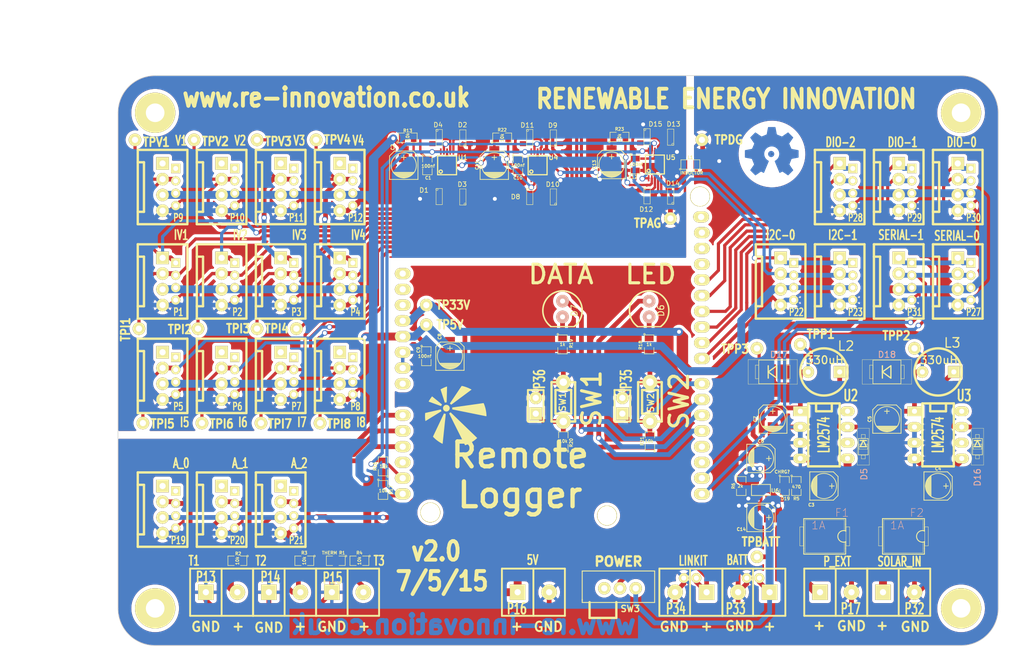
<source format=kicad_pcb>
(kicad_pcb (version 20221018) (generator pcbnew)
  (title_block (date "7 may 2015"))
  (layers (0 "F.Cu" signal) (31 "B.Cu" signal) (34 "B.Paste" user) (35 "F.Paste" user) (36 "B.SilkS" user "B.Silkscreen") (37 "F.SilkS" user "F.Silkscreen") (38 "B.Mask" user) (39 "F.Mask" user) (44 "Edge.Cuts" user))
  (net 0 "")
  (net 1 "+3.3V")
  (net 2 "+5V")
  (net 3 "/DataLoggerCurrentADC1/I1")
  (net 4 "/DataLoggerCurrentADC1/I2")
  (net 5 "/DataLoggerCurrentADC1/I3")
  (net 6 "/DataLoggerCurrentADC1/I4")
  (net 7 "/DataLoggerCurrentADC1/SCLK")
  (net 8 "/DataLoggerCurrentADC1/SDA")
  (net 9 "/DataLoggerCurrentADC2/I5")
  (net 10 "/DataLoggerCurrentADC2/I6")
  (net 11 "/DataLoggerCurrentADC2/I7")
  (net 12 "/DataLoggerCurrentADC2/I8")
  (net 13 "/DataLoggerVoltageADC1/V1")
  (net 14 "/DataLoggerVoltageADC1/V2")
  (net 15 "/DataLoggerVoltageADC1/V3")
  (net 16 "/DataLoggerVoltageADC1/V4")
  (net 17 "/MicroController/AD0")
  (net 18 "/MicroController/AD1")
  (net 19 "/MicroController/AD2")
  (net 20 "/MicroController/DIO0")
  (net 21 "/MicroController/DIO1")
  (net 22 "/MicroController/DIO2")
  (net 23 "/MicroController/DIO3")
  (net 24 "/MicroController/DIO4")
  (net 25 "/MicroController/DIO5")
  (net 26 "/MicroController/Rx")
  (net 27 "/MicroController/Tx")
  (net 28 "/PowerSupplyUnit/BATT+")
  (net 29 "/PowerSupplyUnit/SOLAR_IN")
  (net 30 "/PowerSupplyUnit/Vin")
  (net 31 "AGND")
  (net 32 "DGND")
  (net 33 "N-0000027")
  (net 34 "N-0000051")
  (net 35 "N-0000052")
  (net 36 "N-0000053")
  (net 37 "N-0000054")
  (net 38 "N-0000064")
  (net 39 "N-0000065")
  (net 40 "N-0000067")
  (net 41 "N-0000068")
  (net 42 "N-0000069")
  (net 43 "N-000007")
  (net 44 "N-0000070")
  (net 45 "N-0000071")
  (net 46 "N-0000072")
  (net 47 "N-0000073")
  (net 48 "N-0000074")
  (net 49 "N-0000075")
  (net 50 "N-0000076")
  (net 51 "N-0000077")
  (net 52 "N-000009")
  (footprint "DIP-8__300_ELL" (layer "F.Cu") (at 161.29 86.995 -90)
    (fp_text reference "U3")
    (fp_text value "LM2574")
  )
  (footprint "DIP-8__300_ELL" (layer "F.Cu") (at 142.875 86.995 -90)
    (fp_text reference "U2")
    (fp_text value "LM2574")
  )
  (footprint "SW_PUSH_single_pins" (layer "F.Cu") (at 114.808 81.661 -90)
    (fp_text reference "SW2")
    (fp_text value "SW2")
  )
  (footprint "SW_PUSH_single_pins" (layer "F.Cu") (at 100.838 81.661 90)
    (fp_text reference "SW1")
    (fp_text value "SW1")
  )
  (footprint "SOT23" (layer "F.Cu") (at 95.4215 39.0335 -90)
    (fp_text reference "D11")
    (fp_text value "ZENER_SOT23" hide)
  )
  (footprint "SOT23" (layer "F.Cu") (at 99.2315 39.0335 90)
    (fp_text reference "D9")
    (fp_text value "ZENER_SOT23" hide)
  )
  (footprint "SOT23" (layer "F.Cu") (at 80.8165 48.5585 -90)
    (fp_text reference "D1")
    (fp_text value "ZENER_SOT23" hide)
  )
  (footprint "SOT23" (layer "F.Cu") (at 84.6265 48.5585 90)
    (fp_text reference "D3")
    (fp_text value "ZENER_SOT23" hide)
  )
  (footprint "SOT23" (layer "F.Cu") (at 84.6265 39.0335 90)
    (fp_text reference "D2")
    (fp_text value "ZENER_SOT23" hide)
  )
  (footprint "SOT23" (layer "F.Cu") (at 80.8165 39.0335 -90)
    (fp_text reference "D4")
    (fp_text value "ZENER_SOT23" hide)
  )
  (footprint "SOT23" (layer "F.Cu") (at 114.3445 48.4315 -90)
    (fp_text reference "D12")
    (fp_text value "ZENER_SOT23" hide)
  )
  (footprint "SOT23" (layer "F.Cu") (at 118.1545 48.4315 90)
    (fp_text reference "D14")
    (fp_text value "ZENER_SOT23" hide)
  )
  (footprint "SOT23" (layer "F.Cu") (at 118.1545 38.9065 90)
    (fp_text reference "D13")
    (fp_text value "ZENER_SOT23" hide)
  )
  (footprint "SOT23" (layer "F.Cu") (at 114.3445 38.9065 -90)
    (fp_text reference "D15")
    (fp_text value "ZENER_SOT23" hide)
  )
  (footprint "SOT23" (layer "F.Cu") (at 99.2315 48.5585 90)
    (fp_text reference "D10")
    (fp_text value "ZENER_SOT23" hide)
  )
  (footprint "SOT23" (layer "F.Cu") (at 95.4215 48.5585 -90)
    (fp_text reference "D8")
    (fp_text value "ZENER_SOT23" hide)
  )
  (footprint "INDUCTOR_V" (layer "F.Cu") (at 142.875 76.835 180)
    (fp_text reference "L2")
    (fp_text value "330uH")
  )
  (footprint "SM0805" (layer "F.Cu") (at 114.681 72.39 -90)
    (fp_text reference "R18")
    (fp_text value "1k")
  )
  (footprint "SM0805" (layer "F.Cu") (at 90.9765 39.0335)
    (fp_text reference "R22")
    (fp_text value "10k")
  )
  (footprint "SM0805" (layer "F.Cu") (at 93.5165 43.4785 -90)
    (fp_text reference "C10")
    (fp_text value "100nf")
  )
  (footprint "SM0805" (layer "F.Cu") (at 114.808 88.011 90)
    (fp_text reference "R21")
    (fp_text value "10k")
  )
  (footprint "SM0805" (layer "F.Cu") (at 100.838 88.011 90)
    (fp_text reference "R20")
    (fp_text value "10k")
  )
  (footprint "SM0805" (layer "F.Cu") (at 71.755 95.885 -90)
    (fp_text reference "R17")
    (fp_text value "10k")
  )
  (footprint "SM0805" (layer "F.Cu") (at 71.755 92.075 90)
    (fp_text reference "R16")
    (fp_text value "10k")
  )
  (footprint "SM0805" (layer "F.Cu") (at 100.711 72.39 -90)
    (fp_text reference "R19")
    (fp_text value "1k")
  )
  (footprint "SM0805" (layer "F.Cu") (at 75.7365 39.0335)
    (fp_text reference "R13")
    (fp_text value "10k")
  )
  (footprint "SM0805" (layer "F.Cu") (at 78.74 74.295 -90)
    (fp_text reference "C9")
    (fp_text value "100nf")
  )
  (footprint "c_elec_4x5.3" (layer "F.Cu") (at 132.715 90.805)
    (fp_text reference "C6")
    (fp_text value "4.7uf" hide)
  )
  (footprint "SM0805" (layer "F.Cu") (at 121.3295 43.3515)
    (fp_text reference "L1")
    (fp_text value "INDUCTOR")
  )
  (footprint "SM0805" (layer "F.Cu") (at 78.9115 43.4785 -90)
    (fp_text reference "C1")
    (fp_text value "100nf")
  )
  (footprint "SM0805" (layer "F.Cu") (at 64.135 107.315 180)
    (fp_text reference "R1")
    (fp_text value "THERM")
  )
  (footprint "SM0805" (layer "F.Cu") (at 112.4395 43.3515 -90)
    (fp_text reference "C12")
    (fp_text value "100nf")
  )
  (footprint "SM0805" (layer "F.Cu") (at 109.8995 38.9065)
    (fp_text reference "R23")
    (fp_text value "10k")
  )
  (footprint "SM0805" (layer "F.Cu") (at 67.945 107.315 180)
    (fp_text reference "R4")
    (fp_text value "10k")
  )
  (footprint "SM0805" (layer "F.Cu") (at 59.055 107.315 180)
    (fp_text reference "R3")
    (fp_text value "10k")
  )
  (footprint "SM0805" (layer "F.Cu") (at 48.26 107.315 180)
    (fp_text reference "R2")
    (fp_text value "10k")
  )
  (footprint "SIL-4_Grove_SIL" (layer "F.Cu") (at 64.77 62.23 -90)
    (fp_text reference "P4")
    (fp_text value "IV4")
  )
  (footprint "SIL-4_Grove_SIL" (layer "F.Cu") (at 55.245 62.23 -90)
    (fp_text reference "P3")
    (fp_text value "IV3")
  )
  (footprint "SIL-4_Grove_SIL" (layer "F.Cu") (at 36.195 62.23 -90)
    (fp_text reference "P1")
    (fp_text value "IV1")
  )
  (footprint "SIL-4_Grove_SIL" (layer "F.Cu") (at 45.72 62.23 -90)
    (fp_text reference "P2")
    (fp_text value "IV2")
  )
  (footprint "SIL-4_Grove_SIL" (layer "F.Cu") (at 64.77 77.47 -90)
    (fp_text reference "P8")
    (fp_text value "I8")
  )
  (footprint "SIL-4_Grove_SIL" (layer "F.Cu") (at 55.245 77.47 -90)
    (fp_text reference "P7")
    (fp_text value "I7")
  )
  (footprint "SIL-4_Grove_SIL" (layer "F.Cu") (at 36.195 77.47 -90)
    (fp_text reference "P5")
    (fp_text value "I5")
  )
  (footprint "SIL-4_Grove_SIL" (layer "F.Cu") (at 45.72 77.47 -90)
    (fp_text reference "P6")
    (fp_text value "I6")
  )
  (footprint "SIL-2_screw_terminal" (layer "F.Cu") (at 142.24 112.395)
    (fp_text reference "P17")
    (fp_text value "P_EXT")
  )
  (footprint "SIL-2_screw_terminal" (layer "F.Cu") (at 43.18 112.395)
    (fp_text reference "P13")
    (fp_text value "T1")
  )
  (footprint "SIL-2_screw_terminal" (layer "F.Cu") (at 53.34 112.395)
    (fp_text reference "P14")
    (fp_text value "T2")
  )
  (footprint "SIL-2_screw_terminal" (layer "F.Cu") (at 63.5 112.395)
    (fp_text reference "P15")
    (fp_text value "T3")
  )
  (footprint "SIL-4_Grove_SIL" (layer "F.Cu") (at 36.195 46.99 -90)
    (fp_text reference "P9")
    (fp_text value "V1")
  )
  (footprint "SIL-4_Grove_SIL" (layer "F.Cu") (at 45.72 46.99 -90)
    (fp_text reference "P10")
    (fp_text value "V2")
  )
  (footprint "SIL-2_screw_terminal" (layer "F.Cu") (at 93.472 112.395)
    (fp_text reference "P16")
    (fp_text value "5V")
  )
  (footprint "SIL-4_Grove_SIL" (layer "F.Cu") (at 55.245 46.99 -90)
    (fp_text reference "P11")
    (fp_text value "V3")
  )
  (footprint "SIL-4_Grove_SIL" (layer "F.Cu") (at 64.77 46.99 -90)
    (fp_text reference "P12")
    (fp_text value "V4")
  )
  (footprint "SM0805" (layer "F.Cu") (at 138.43 95.25 -90)
    (fp_text reference "R5")
    (fp_text value "470")
  )
  (footprint "SM0805" (layer "F.Cu") (at 129.54 95.25 -90)
    (fp_text reference "R6")
    (fp_text value "2k")
  )
  (footprint "MSOP10-0.5" (layer "F.Cu") (at 115.6145 43.3515)
    (fp_text reference "U5")
    (fp_text value "ADS1115" hide)
  )
  (footprint "MSOP10-0.5" (layer "F.Cu") (at 96.6915 43.4785)
    (fp_text reference "U4")
    (fp_text value "ADS1115" hide)
  )
  (footprint "MSOP10-0.5" (layer "F.Cu") (at 82.0865 43.4785)
    (fp_text reference "U1")
    (fp_text value "ADS1115" hide)
  )
  (footprint "LED-5MM_larg_pad" (layer "F.Cu") (at 100.711 66.675 -90)
    (fp_text reference "D7")
    (fp_text value "DATA")
  )
  (footprint "LED-5MM_larg_pad" (layer "F.Cu") (at 114.681 66.675 -90)
    (fp_text reference "D6")
    (fp_text value "LED")
  )
  (footprint "c_elec_4x5.3" (layer "F.Cu") (at 89.7065 43.4785 90)
    (fp_text reference "C11")
    (fp_text value "10uf" hide)
  )
  (footprint "c_elec_4x5.3" (layer "F.Cu") (at 75.1015 43.4785 90)
    (fp_text reference "C2")
    (fp_text value "10uf" hide)
  )
  (footprint "c_elec_4x5.3" (layer "F.Cu") (at 82.55 74.295 90)
    (fp_text reference "C8")
    (fp_text value "10uf" hide)
  )
  (footprint "c_elec_4x5.3" (layer "F.Cu") (at 108.6295 43.3515 90)
    (fp_text reference "C13")
    (fp_text value "10uf" hide)
  )
  (footprint "c_elec_4x5.3" (layer "F.Cu") (at 142.875 95.25)
    (fp_text reference "C3")
    (fp_text value "22uf" hide)
  )
  (footprint "c_elec_4x5.3" (layer "F.Cu") (at 134.62 84.455 90)
    (fp_text reference "C7")
    (fp_text value "220uf" hide)
  )
  (footprint "c_elec_4x5.3" (layer "F.Cu") (at 161.29 95.25)
    (fp_text reference "C4")
    (fp_text value "22uf" hide)
  )
  (footprint "SOD123_matt_1N4001" (layer "F.Cu") (at 149.225 88.9 -90)
    (fp_text reference "D5")
    (fp_text value "1N5819" hide)
  )
  (footprint "1pin_3mmhole" (layer "F.Cu") (at 35 35 90)
    (fp_text reference "P18" hide)
    (fp_text value "CONN_1" hide)
  )
  (footprint "SW_SPDT_rapid_783760" (layer "F.Cu") (at 109.982 111.76 -90)
    (fp_text reference "SW3")
    (fp_text value "POWER")
  )
  (footprint "SOT23-5" (layer "F.Cu") (at 132.715 95.885)
    (fp_text reference "U6")
    (fp_text value "MCP73831" hide)
  )
  (footprint "SOD123_matt_1N4001" (layer "F.Cu") (at 167.64 88.9 -90)
    (fp_text reference "D16")
    (fp_text value "1N5819" hide)
  )
  (footprint "SIL_2_screw_+_JST_2mm" (layer "F.Cu") (at 123.952 112.395 180)
    (fp_text reference "P34")
    (fp_text value "LINKIT")
  )
  (footprint "SIL_2_screw_+_JST_2mm" (layer "F.Cu") (at 134.112 112.395 180)
    (fp_text reference "P33")
    (fp_text value "BATT")
  )
  (footprint "SIL-4_Grove_SIL" (layer "F.Cu") (at 154.94 46.99 -90)
    (fp_text reference "P29")
    (fp_text value "DIO-1")
  )
  (footprint "SIL-4_Grove_SIL" (layer "F.Cu") (at 154.94 62.23 -90)
    (fp_text reference "P31")
    (fp_text value "SERIAL-1")
  )
  (footprint "SIL-4_Grove_SIL" (layer "F.Cu") (at 164.465 62.23 -90)
    (fp_text reference "P27")
    (fp_text value "SERIAL-0")
  )
  (footprint "SIL-4_Grove_SIL" (layer "F.Cu") (at 164.465 46.99 -90)
    (fp_text reference "P30")
    (fp_text value "DIO-0")
  )
  (footprint "SIL-4_Grove_SIL" (layer "F.Cu") (at 145.415 46.99 -90)
    (fp_text reference "P28")
    (fp_text value "DIO-2")
  )
  (footprint "SIL-4_Grove_SIL" (layer "F.Cu") (at 36.195 99.06 -90)
    (fp_text reference "P19")
    (fp_text value "A_0")
  )
  (footprint "SIL-4_Grove_SIL" (layer "F.Cu") (at 145.415 62.23 -90)
    (fp_text reference "P23")
    (fp_text value "I2C-1")
  )
  (footprint "SIL-4_Grove_SIL" (layer "F.Cu") (at 135.89 62.23 -90)
    (fp_text reference "P22")
    (fp_text value "I2C-0")
  )
  (footprint "SIL-4_Grove_SIL" (layer "F.Cu") (at 55.245 99.06 -90)
    (fp_text reference "P21")
    (fp_text value "A_2")
  )
  (footprint "SIL-4_Grove_SIL" (layer "F.Cu") (at 45.72 99.06 -90)
    (fp_text reference "P20")
    (fp_text value "A_1")
  )
  (footprint "SIL-2_lg_pad_1mm" (layer "F.Cu") (at 96.393 82.296 90)
    (fp_text reference "P36")
    (fp_text value "SW1" hide)
  )
  (footprint "SIL-2_lg_pad_1mm" (layer "F.Cu") (at 110.363 82.296 90)
    (fp_text reference "P35")
    (fp_text value "SW2" hide)
  )
  (footprint "SIL-2_screw_terminal" (layer "F.Cu") (at 152.4 112.395)
    (fp_text reference "P32")
    (fp_text value "SOLAR_IN")
  )
  (footprint "INDUCTOR_V" (layer "F.Cu") (at 161.29 76.835 180)
    (fp_text reference "L3")
    (fp_text value "330uH")
  )
  (footprint "c_elec_4x5.3" (layer "F.Cu") (at 153.035 84.455 90)
    (fp_text reference "C5")
    (fp_text value "220uf" hide)
  )
  (footprint "c_elec_4x5.3" (layer "F.Cu") (at 132.715 100.33)
    (fp_text reference "C14")
    (fp_text value "4.7uf" hide)
  )
  (footprint "1pin_3mmhole" (layer "F.Cu") (at 35 115)
    (fp_text reference "P26" hide)
    (fp_text value "CONN_1" hide)
  )
  (footprint "1pin_3mmhole" (layer "F.Cu") (at 165 35)
    (fp_text reference "P25" hide)
    (fp_text value "CONN_1" hide)
  )
  (footprint "1pin_3mmhole" (layer "F.Cu") (at 165 115)
    (fp_text reference "P24" hide)
    (fp_text value "CONN_1" hide)
  )
  (footprint "-SMB" (layer "F.Cu") (at 134.62 76.835)
    (fp_text reference "D17")
    (fp_text value "B150" hide)
  )
  (footprint "-SMB" (layer "F.Cu") (at 153.035 76.835)
    (fp_text reference "D18")
    (fp_text value "B150" hide)
  )
  (footprint "ARDUINO_SHIELD_LinkIt_ONE_no_edge" (layer "F.Cu") (at 72.39 33.02 -90)
    (fp_text reference "SHIELD1" hide)
    (fp_text value "LINKITONE_SHIELD" hide)
  )
  (footprint "SM0805" (layer "F.Cu") (at 136.525 95.25 -90)
    (fp_text reference "D19")
    (fp_text value "CHRG?")
  )
  (footprint "-SMC" (layer "F.Cu") (at 142.875 103.505 180)
    (fp_text reference "F1")
    (fp_text value "1A")
  )
  (footprint "-SMC" (layer "F.Cu") (at 155.575 103.505 180)
    (fp_text reference "F2")
    (fp_text value "1A")
  )
  (footprint "1pin_0_8mm" (layer "F.Cu") (at 123.19 39.37)
    (fp_text reference "P46" hide)
    (fp_text value "TPDG")
  )
  (footprint "1pin_0_8mm" (layer "F.Cu") (at 57.785 69.85)
    (fp_text reference "P56" hide)
    (fp_text value "TPI4")
  )
  (footprint "1pin_0_8mm" (layer "F.Cu") (at 51.435 69.85)
    (fp_text reference "P55" hide)
    (fp_text value "TPI3")
  )
  (footprint "1pin_0_8mm" (layer "F.Cu") (at 41.91 69.85)
    (fp_text reference "P54" hide)
    (fp_text value "TPI2")
  )
  (footprint "1pin_0_8mm" (layer "F.Cu") (at 32.385 69.85)
    (fp_text reference "P53" hide)
    (fp_text value "TPI1")
  )
  (footprint "1pin_0_8mm" (layer "F.Cu") (at 61.595 85.09)
    (fp_text reference "P52" hide)
    (fp_text value "TPI8")
  )
  (footprint "1pin_0_8mm" (layer "F.Cu") (at 52.07 85.09)
    (fp_text reference "P51" hide)
    (fp_text value "TPI7")
  )
  (footprint "1pin_0_8mm" (layer "F.Cu") (at 42.545 85.09)
    (fp_text reference "P50" hide)
    (fp_text value "TPI6")
  )
  (footprint "1pin_0_8mm" (layer "F.Cu") (at 33.02 85.09)
    (fp_text reference "P49" hide)
    (fp_text value "TPI5")
  )
  (footprint "1pin_0_8mm" (layer "F.Cu") (at 118.11 52.07)
    (fp_text reference "P43" hide)
    (fp_text value "TPAG")
  )
  (footprint "1pin_0_8mm" (layer "F.Cu") (at 78.74 66.04)
    (fp_text reference "P37" hide)
    (fp_text value "TP33V")
  )
  (footprint "1pin_0_8mm" (layer "F.Cu") (at 132.08 106.68)
    (fp_text reference "P48" hide)
    (fp_text value "TPBATT")
  )
  (footprint "1pin_0_8mm" (layer "F.Cu") (at 132.08 73.025)
    (fp_text reference "P47" hide)
    (fp_text value "TPP3")
  )
  (footprint "1pin_0_8mm" (layer "F.Cu") (at 157.48 73.025)
    (fp_text reference "P45" hide)
    (fp_text value "TPP2")
  )
  (footprint "1pin_0_8mm" (layer "F.Cu") (at 139.065 72.39)
    (fp_text reference "P44" hide)
    (fp_text value "TPP1")
  )
  (footprint "1pin_0_8mm" (layer "F.Cu") (at 60.96 39.37)
    (fp_text reference "P42" hide)
    (fp_text value "TPV4")
  )
  (footprint "1pin_0_8mm" (layer "F.Cu") (at 51.435 39.37)
    (fp_text reference "P40" hide)
    (fp_text value "TPV3")
  )
  (footprint "1pin_0_8mm" (layer "F.Cu") (at 41.275 39.37)
    (fp_text reference "P41" hide)
    (fp_text value "TPV2")
  )
  (footprint "1pin_0_8mm" (layer "F.Cu") (at 31.75 39.37)
    (fp_text reference "P39" hide)
    (fp_text value "TPV1")
  )
  (footprint "1pin_0_8mm" (layer "F.Cu") (at 78.74 69.215)
    (fp_text reference "P38" hide)
    (fp_text value "TP5V")
  )
  (footprint "reinnovation_logo_15mm" (layer "F.Cu") (at 83.82 84.582)
    (fp_text reference "VAL" hide)
    (fp_text value "reinnovation_logo_15mm" hide)
  )
  (footprint "OSHW_logo_small_back" (layer "F.Cu") (at 134.493 41.275)
    (fp_text reference "VAL" hide)
    (fp_text value "OSHW_logo_small_back" hide)
  )
  (gr_line (start 29 35) (end 29 115) (stroke (width 0.1)) (layer "Edge.Cuts"))
  (gr_arc (start 171 115) (mid 169.242641 119.242641) (end 165 121) (stroke (width 0.1)) (layer "Edge.Cuts"))
  (gr_arc (start 35 121) (mid 30.757359 119.242641) (end 29 115) (stroke (width 0.1)) (layer "Edge.Cuts"))
  (gr_line (start 35 121) (end 165 121) (stroke (width 0.1)) (layer "Edge.Cuts"))
  (gr_arc (start 165 29) (mid 169.242641 30.757359) (end 171 35) (stroke (width 0.1)) (layer "Edge.Cuts"))
  (gr_line (start 171 115) (end 171 35) (stroke (width 0.1)) (layer "Edge.Cuts"))
  (gr_line (start 35 29) (end 165 29) (stroke (width 0.1)) (layer "Edge.Cuts"))
  (gr_arc (start 29 35) (mid 30.757359 30.757359) (end 35 29) (stroke (width 0.1)) (layer "Edge.Cuts"))
  (gr_text "www.re-innovation.co.uk" (at 84.709 117.602) (layer "B.Cu") (effects (font (size 3 3) (thickness 0.75)) (justify mirror)))
  (gr_text "v2.0 \n7/5/15" (at 81.28 108.204) (layer "F.SilkS") (effects (font (size 3 2.5) (thickness 0.625))))
  (gr_text "www.re-innovation.co.uk" (at 62.611 32.512) (layer "F.SilkS") (effects (font (size 3 2.5) (thickness 0.625))))
  (gr_text "Remote\nLogger" (at 93.853 93.472) (layer "F.SilkS") (effects (font (size 4 4) (thickness 0.7))))
  (gr_text "RENEWABLE ENERGY INNOVATION" (at 127.127 32.766) (layer "F.SilkS") (effects (font (size 3 2.5) (thickness 0.625))))
  (segment (start 38.036 100.33) (end 38.306 100.06) (width 0.762) (layer "F.Cu") (net 1))
  (segment (start 47.561 100.33) (end 47.831 100.06) (width 0.762) (layer "F.Cu") (net 1))
  (segment (start 57.086 100.33) (end 57.356 100.06) (width 0.762) (layer "F.Cu") (net 1))
  (segment (start 49.2125 106.2355) (end 48.514 105.537) (width 0.762) (layer "F.Cu") (net 1))
  (segment (start 48.514 105.537) (end 44.704 105.537) (width 0.762) (layer "F.Cu") (net 1))
  (segment (start 44.704 105.537) (end 43.688 104.521) (width 0.762) (layer "F.Cu") (net 1))
  (segment (start 43.688 104.521) (end 43.688 102.362) (width 0.762) (layer "F.Cu") (net 1))
  (segment (start 43.688 102.362) (end 45.72 100.33) (width 0.762) (layer "F.Cu") (net 1))
  (segment (start 60.0075 106.3625) (end 58.801 105.156) (width 0.762) (layer "F.Cu") (net 1))
  (segment (start 58.801 105.156) (end 53.721 105.156) (width 0.762) (layer "F.Cu") (net 1))
  (segment (start 53.721 105.156) (end 52.832 104.267) (width 0.762) (layer "F.Cu") (net 1))
  (segment (start 52.832 104.267) (end 52.832 101.092) (width 0.762) (layer "F.Cu") (net 1))
  (segment (start 52.832 101.092) (end 53.594 100.33) (width 0.762) (layer "F.Cu") (net 1))
  (segment (start 53.594 100.33) (end 55.245 100.33) (width 0.762) (layer "F.Cu") (net 1))
  (segment (start 68.8975 106.6165) (end 68.2625 105.9815) (width 0.762) (layer "F.Cu") (net 1))
  (segment (start 64.135 101.854) (end 62.484 100.203) (width 0.762) (layer "F.Cu") (net 1))
  (segment (start 62.484 100.203) (end 61.087 100.203) (width 0.762) (layer "F.Cu") (net 1))
  (segment (start 61.087 100.203) (end 60.96 100.33) (width 0.762) (layer "F.Cu") (net 1))
  (segment (start 121.285 76.708) (end 119.507 74.93) (width 0.762) (layer "F.Cu") (net 1))
  (segment (start 119.507 74.93) (end 119.507 70.358) (width 0.762) (layer "F.Cu") (net 1))
  (segment (start 80.264 66.04) (end 84.963 70.739) (width 0.762) (layer "F.Cu") (net 1))
  (segment (start 84.963 70.739) (end 84.963 89.281) (width 0.762) (layer "F.Cu") (net 1))
  (segment (start 84.963 89.281) (end 73.914 100.33) (width 0.762) (layer "F.Cu") (net 1))
  (segment (start 73.914 100.33) (end 71.755 100.33) (width 0.762) (layer "F.Cu") (net 1))
  (segment (start 119.507 70.358) (end 120.3325 71.1835) (width 1.27) (layer "F.Cu") (net 1))
  (segment (start 120.3325 71.1835) (end 120.3325 75.7555) (width 1.27) (layer "F.Cu") (net 1))
  (segment (start 120.3325 75.7555) (end 121.285 76.708) (width 1.27) (layer "F.Cu") (net 1))
  (segment (start 121.285 76.708) (end 124.968 76.708) (width 1.27) (layer "F.Cu") (net 1))
  (segment (start 124.968 76.708) (end 132.334 69.342) (width 1.27) (layer "F.Cu") (net 1))
  (segment (start 132.334 69.342) (end 146.685 69.342) (width 1.27) (layer "F.Cu") (net 1))
  (segment (start 146.685 69.342) (end 152.527 63.5) (width 1.27) (layer "F.Cu") (net 1))
  (segment (start 152.527 63.5) (end 154.94 63.5) (width 1.27) (layer "F.Cu") (net 1))
  (segment (start 45.72 100.33) (end 47.561 100.33) (width 0.762) (layer "F.Cu") (net 1))
  (segment (start 78.74 66.04) (end 80.264 66.04) (width 0.762) (layer "F.Cu") (net 1))
  (segment (start 68.8975 107.315) (end 68.8975 106.6165) (width 0.762) (layer "F.Cu") (net 1))
  (segment (start 36.195 100.33) (end 38.036 100.33) (width 0.762) (layer "F.Cu") (net 1))
  (segment (start 60.0075 107.315) (end 60.0075 106.3625) (width 0.762) (layer "F.Cu") (net 1))
  (segment (start 68.2625 105.9815) (end 64.135 101.854) (width 0.762) (layer "F.Cu") (net 1))
  (segment (start 49.2125 107.315) (end 49.2125 106.2355) (width 0.762) (layer "F.Cu") (net 1))
  (segment (start 55.245 100.33) (end 57.086 100.33) (width 0.762) (layer "F.Cu") (net 1))
  (via (at 60.96 100.33) (size 0.889) (drill 0.635) (layers "F.Cu" "B.Cu") (net 1))
  (via (at 71.755 100.33) (size 0.889) (drill 0.635) (layers "F.Cu" "B.Cu") (net 1))
  (via (at 119.507 70.358) (size 0.889) (drill 0.635) (layers "F.Cu" "B.Cu") (net 1))
  (segment (start 60.96 100.33) (end 59.309 100.33) (width 0.762) (layer "B.Cu") (net 1))
  (segment (start 164.735 47.99) (end 164.465 48.26) (width 0.762) (layer "B.Cu") (net 1))
  (segment (start 155.21 47.99) (end 154.94 48.26) (width 0.762) (layer "B.Cu") (net 1))
  (segment (start 145.685 47.99) (end 145.415 48.26) (width 0.762) (layer "B.Cu") (net 1))
  (segment (start 155.21 63.23) (end 154.94 63.5) (width 0.762) (layer "B.Cu") (net 1))
  (segment (start 164.735 63.23) (end 164.465 63.5) (width 0.762) (layer "B.Cu") (net 1))
  (segment (start 154.67 47.99) (end 154.94 48.26) (width 0.762) (layer "B.Cu") (net 1))
  (segment (start 164.195 47.99) (end 164.465 48.26) (width 0.762) (layer "B.Cu") (net 1))
  (segment (start 76.2 68.58) (end 78.74 66.04) (width 0.508) (layer "B.Cu") (net 1))
  (segment (start 59.309 100.33) (end 55.245 100.33) (width 0.762) (layer "B.Cu") (net 1))
  (segment (start 76.2 68.58) (end 78.74 66.04) (width 0.762) (layer "B.Cu") (net 1))
  (segment (start 166.894 63.23) (end 168.529 61.595) (width 0.762) (layer "B.Cu") (net 1))
  (segment (start 168.529 61.595) (end 168.529 49.53) (width 0.762) (layer "B.Cu") (net 1))
  (segment (start 168.529 49.53) (end 166.989 47.99) (width 0.762) (layer "B.Cu") (net 1))
  (segment (start 166.989 47.99) (end 166.576 47.99) (width 0.762) (layer "B.Cu") (net 1))
  (segment (start 119.507 70.358) (end 83.82 70.358) (width 0.762) (layer "B.Cu") (net 1))
  (segment (start 83.82 70.358) (end 79.502 66.04) (width 0.762) (layer "B.Cu") (net 1))
  (segment (start 71.755 100.33) (end 68.961 100.33) (width 0.762) (layer "B.Cu") (net 1))
  (segment (start 76.2 68.58) (end 78.74 66.04) (width 1.27) (layer "B.Cu") (net 1))
  (segment (start 79.502 66.04) (end 83.82 70.358) (width 1.27) (layer "B.Cu") (net 1))
  (segment (start 83.82 70.358) (end 116.205 70.358) (width 1.27) (layer "B.Cu") (net 1))
  (segment (start 166.306 63.5) (end 166.576 63.23) (width 1.27) (layer "B.Cu") (net 1))
  (segment (start 166.894 63.23) (end 168.529 61.595) (width 1.27) (layer "B.Cu") (net 1))
  (segment (start 168.529 61.595) (end 168.529 48.895) (width 1.27) (layer "B.Cu") (net 1))
  (segment (start 168.529 48.895) (end 167.624 47.99) (width 1.27) (layer "B.Cu") (net 1))
  (segment (start 167.624 47.99) (end 166.576 47.99) (width 1.27) (layer "B.Cu") (net 1))
  (segment (start 145.685 47.99) (end 145.415 48.26) (width 1.27) (layer "B.Cu") (net 1))
  (segment (start 78.74 66.04) (end 79.502 66.04) (width 1.27) (layer "B.Cu") (net 1))
  (segment (start 166.576 63.23) (end 166.894 63.23) (width 1.27) (layer "B.Cu") (net 1))
  (segment (start 157.051 47.99) (end 164.195 47.99) (width 0.762) (layer "B.Cu") (net 1))
  (segment (start 157.051 47.99) (end 155.21 47.99) (width 0.762) (layer "B.Cu") (net 1))
  (segment (start 166.576 47.99) (end 164.735 47.99) (width 0.762) (layer "B.Cu") (net 1))
  (segment (start 45.72 100.33) (end 55.245 100.33) (width 0.762) (layer "B.Cu") (net 1))
  (segment (start 157.051 63.23) (end 155.21 63.23) (width 0.762) (layer "B.Cu") (net 1))
  (segment (start 63.373 100.33) (end 68.961 100.33) (width 0.762) (layer "B.Cu") (net 1))
  (segment (start 116.205 70.358) (end 119.507 70.358) (width 1.27) (layer "B.Cu") (net 1))
  (segment (start 147.526 47.99) (end 145.685 47.99) (width 0.762) (layer "B.Cu") (net 1))
  (segment (start 166.576 47.99) (end 145.685 47.99) (width 1.27) (layer "B.Cu") (net 1))
  (segment (start 154.94 63.5) (end 166.306 63.5) (width 1.27) (layer "B.Cu") (net 1))
  (segment (start 36.195 100.33) (end 45.72 100.33) (width 0.762) (layer "B.Cu") (net 1))
  (segment (start 166.576 63.23) (end 164.735 63.23) (width 0.762) (layer "B.Cu") (net 1))
  (segment (start 59.309 100.33) (end 63.373 100.33) (width 0.762) (layer "B.Cu") (net 1))
  (segment (start 74.93 68.58) (end 76.2 68.58) (width 1.27) (layer "B.Cu") (net 1))
  (segment (start 154.94 63.5) (end 164.465 63.5) (width 0.762) (layer "B.Cu") (net 1))
  (segment (start 147.526 47.99) (end 154.67 47.99) (width 0.762) (layer "B.Cu") (net 1))
  (segment (start 81.769 42.526) (end 82.0865 42.2085) (width 0.381) (layer "F.Cu") (net 2))
  (segment (start 82.0865 42.2085) (end 82.0865 41.256) (width 0.381) (layer "F.Cu") (net 2))
  (segment (start 75.1015 39.351) (end 74.784 39.0335) (width 0.381) (layer "F.Cu") (net 2))
  (segment (start 74.784 38.589) (end 75.6095 37.7635) (width 0.381) (layer "F.Cu") (net 2))
  (segment (start 75.6095 37.7635) (end 77.1335 37.7635) (width 0.381) (layer "F.Cu") (net 2))
  (segment (start 77.1335 37.7635) (end 77.7685 38.3985) (width 0.381) (layer "F.Cu") (net 2))
  (segment (start 77.7685 38.3985) (end 77.7685 41.383) (width 0.381) (layer "F.Cu") (net 2))
  (segment (start 77.7685 41.383) (end 78.9115 42.526) (width 0.381) (layer "F.Cu") (net 2))
  (segment (start 96.501 42.526) (end 96.6915 42.3355) (width 0.381) (layer "F.Cu") (net 2))
  (segment (start 96.6915 42.3355) (end 96.6915 41.256) (width 0.381) (layer "F.Cu") (net 2))
  (segment (start 95.6755 42.526) (end 96.3105 42.526) (width 0.381) (layer "F.Cu") (net 2))
  (segment (start 115.424 42.399) (end 115.6145 42.2085) (width 0.381) (layer "F.Cu") (net 2))
  (segment (start 115.6145 42.2085) (end 115.6145 41.129) (width 0.381) (layer "F.Cu") (net 2))
  (segment (start 108.6295 39.224) (end 108.947 38.9065) (width 0.381) (layer "F.Cu") (net 2))
  (segment (start 89.7065 42.0815) (end 90.9765 43.3515) (width 0.381) (layer "F.Cu") (net 2))
  (segment (start 90.9765 43.3515) (end 92.691 43.3515) (width 0.381) (layer "F.Cu") (net 2))
  (segment (start 92.691 43.3515) (end 93.5165 42.526) (width 0.381) (layer "F.Cu") (net 2))
  (segment (start 89.7065 39.351) (end 90.024 39.0335) (width 0.381) (layer "F.Cu") (net 2))
  (segment (start 112.122 42.399) (end 111.2965 43.2245) (width 0.381) (layer "F.Cu") (net 2))
  (segment (start 111.2965 43.2245) (end 110.30336 43.2245) (width 0.381) (layer "F.Cu") (net 2))
  (segment (start 110.30336 43.2245) (end 108.6295 41.55064) (width 0.381) (layer "F.Cu") (net 2))
  (segment (start 108.6295 42.0815) (end 106.0895 44.6215) (width 0.381) (layer "F.Cu") (net 2))
  (segment (start 100.3745 44.7485) (end 98.152 42.526) (width 0.381) (layer "F.Cu") (net 2))
  (segment (start 98.152 42.526) (end 96.374 42.526) (width 0.381) (layer "F.Cu") (net 2))
  (segment (start 96.374 42.526) (end 96.3105 42.5895) (width 0.381) (layer "F.Cu") (net 2))
  (segment (start 96.3105 42.5895) (end 96.3105 42.526) (width 0.381) (layer "F.Cu") (net 2))
  (segment (start 96.3105 42.526) (end 96.501 42.526) (width 0.381) (layer "F.Cu") (net 2))
  (segment (start 88.96736 41.67764) (end 87.5475 43.0975) (width 0.381) (layer "F.Cu") (net 2))
  (segment (start 84.4995 43.4785) (end 82.5945 43.4785) (width 0.381) (layer "F.Cu") (net 2))
  (segment (start 82.5945 43.4785) (end 81.769 42.653) (width 0.381) (layer "F.Cu") (net 2))
  (segment (start 81.769 42.653) (end 81.769 42.526) (width 0.381) (layer "F.Cu") (net 2))
  (segment (start 38.036 78.74) (end 38.306 78.47) (width 0.762) (layer "F.Cu") (net 2))
  (segment (start 47.561 78.74) (end 47.831 78.47) (width 0.762) (layer "F.Cu") (net 2))
  (segment (start 73.406 39.116) (end 75.1015 40.8115) (width 0.762) (layer "F.Cu") (net 2))
  (segment (start 75.1015 40.8115) (end 75.1015 41.67764) (width 0.762) (layer "F.Cu") (net 2))
  (segment (start 71.755 93.853) (end 71.755 93.0275) (width 0.508) (layer "F.Cu") (net 2))
  (segment (start 81.70164 73.3425) (end 82.55 72.49414) (width 0.762) (layer "F.Cu") (net 2))
  (segment (start 78.74 72.517) (end 77.343 71.12) (width 0.762) (layer "F.Cu") (net 2))
  (segment (start 77.343 71.12) (end 74.93 71.12) (width 0.762) (layer "F.Cu") (net 2))
  (segment (start 77.724 112.395) (end 69.215 103.886) (width 0.762) (layer "F.Cu") (net 2))
  (segment (start 69.215 103.886) (end 69.215 96.52) (width 0.762) (layer "F.Cu") (net 2))
  (segment (start 71.501 94.107) (end 71.755 93.853) (width 0.762) (layer "F.Cu") (net 2))
  (segment (start 69.215 95.123) (end 69.215 94.234) (width 0.762) (layer "F.Cu") (net 2))
  (segment (start 70.231 94.107) (end 70.104 94.107) (width 0.762) (layer "F.Cu") (net 2))
  (segment (start 70.104 94.107) (end 71.501 94.107) (width 0.762) (layer "F.Cu") (net 2))
  (segment (start 68.834 71.247) (end 68.961 71.12) (width 1.27) (layer "F.Cu") (net 2))
  (segment (start 68.961 71.12) (end 74.93 71.12) (width 1.27) (layer "F.Cu") (net 2))
  (segment (start 69.088 94.107) (end 69.215 94.234) (width 1.27) (layer "F.Cu") (net 2))
  (segment (start 69.215 94.234) (end 69.215 104.521) (width 1.27) (layer "F.Cu") (net 2))
  (segment (start 69.215 104.521) (end 77.089 112.395) (width 1.27) (layer "F.Cu") (net 2))
  (segment (start 77.089 112.395) (end 93.472 112.395) (width 1.27) (layer "F.Cu") (net 2))
  (segment (start 71.0565 94.234) (end 71.755 94.9325) (width 1.27) (layer "F.Cu") (net 2))
  (segment (start 93.472 96.3295) (end 100.838 88.9635) (width 1.27) (layer "F.Cu") (net 2))
  (segment (start 69.215 95.123) (end 70.231 94.107) (width 0.762) (layer "F.Cu") (net 2))
  (segment (start 78.74 73.3425) (end 81.70164 73.3425) (width 0.762) (layer "F.Cu") (net 2))
  (segment (start 69.088 94.107) (end 70.104 94.107) (width 0.762) (layer "F.Cu") (net 2))
  (segment (start 75.1015 41.67764) (end 75.1015 39.351) (width 0.381) (layer "F.Cu") (net 2))
  (segment (start 112.4395 42.399) (end 112.122 42.399) (width 0.381) (layer "F.Cu") (net 2))
  (segment (start 36.195 78.74) (end 38.036 78.74) (width 0.762) (layer "F.Cu") (net 2))
  (segment (start 108.6295 41.55064) (end 108.6295 42.0815) (width 0.381) (layer "F.Cu") (net 2))
  (segment (start 93.472 112.395) (end 77.724 112.395) (width 0.762) (layer "F.Cu") (net 2))
  (segment (start 78.74 73.3425) (end 78.74 72.517) (width 0.762) (layer "F.Cu") (net 2))
  (segment (start 93.472 112.395) (end 93.472 96.3295) (width 1.27) (layer "F.Cu") (net 2))
  (segment (start 114.808 88.9635) (end 100.838 88.9635) (width 0.762) (layer "F.Cu") (net 2))
  (segment (start 45.72 78.74) (end 47.561 78.74) (width 0.762) (layer "F.Cu") (net 2))
  (segment (start 89.7065 41.67764) (end 88.96736 41.67764) (width 0.381) (layer "F.Cu") (net 2))
  (segment (start 69.215 96.52) (end 69.215 95.123) (width 0.762) (layer "F.Cu") (net 2))
  (segment (start 112.4395 42.399) (end 115.424 42.399) (width 0.381) (layer "F.Cu") (net 2))
  (segment (start 71.755 94.9325) (end 71.755 93.0275) (width 1.27) (layer "F.Cu") (net 2))
  (segment (start 78.9115 42.526) (end 81.769 42.526) (width 0.381) (layer "F.Cu") (net 2))
  (segment (start 71.755 94.9325) (end 71.755 93.853) (width 0.508) (layer "F.Cu") (net 2))
  (segment (start 89.7065 41.67764) (end 89.7065 39.351) (width 0.381) (layer "F.Cu") (net 2))
  (segment (start 74.784 39.0335) (end 74.784 38.589) (width 0.381) (layer "F.Cu") (net 2))
  (segment (start 95.6755 45.701) (end 95.6755 42.526) (width 0.381) (layer "F.Cu") (net 2))
  (segment (start 89.7065 41.67764) (end 89.7065 42.0815) (width 0.381) (layer "F.Cu") (net 2))
  (segment (start 93.5165 42.526) (end 95.6755 42.526) (width 0.381) (layer "F.Cu") (net 2))
  (segment (start 108.6295 41.55064) (end 108.6295 39.224) (width 0.381) (layer "F.Cu") (net 2))
  (segment (start 69.215 94.234) (end 71.0565 94.234) (width 1.27) (layer "F.Cu") (net 2))
  (via (at 68.834 71.247) (size 0.889) (drill 0.635) (layers "F.Cu" "B.Cu") (net 2))
  (via (at 69.088 94.107) (size 0.889) (drill 0.635) (layers "F.Cu" "B.Cu") (net 2))
  (via (at 100.3745 44.7485) (size 0.889) (drill 0.635) (layers "F.Cu" "B.Cu") (net 2))
  (via (at 73.406 39.116) (size 0.889) (drill 0.635) (layers "F.Cu" "B.Cu") (net 2))
  (via (at 87.5475 43.0975) (size 0.889) (drill 0.635) (layers "F.Cu" "B.Cu") (net 2))
  (via (at 84.4995 43.4785) (size 0.889) (drill 0.635) (layers "F.Cu" "B.Cu") (net 2))
  (via (at 106.0895 44.6215) (size 0.889) (drill 0.635) (layers "F.Cu" "B.Cu") (net 2))
  (segment (start 106.0895 44.6215) (end 103.8225 44.6215) (width 0.381) (layer "B.Cu") (net 2))
  (segment (start 87.5475 43.0975) (end 85.1345 43.0975) (width 0.381) (layer "B.Cu") (net 2))
  (segment (start 85.1345 43.0975) (end 84.7535 43.4785) (width 0.381) (layer "B.Cu") (net 2))
  (segment (start 84.7535 43.4785) (end 84.4995 43.4785) (width 0.381) (layer "B.Cu") (net 2))
  (segment (start 103.8225 44.6215) (end 103.4225 44.6215) (width 0.381) (layer "B.Cu") (net 2))
  (segment (start 100.5015 44.6215) (end 100.3745 44.7485) (width 0.508) (layer "B.Cu") (net 2))
  (segment (start 102.4255 44.6215) (end 100.5015 44.6215) (width 0.508) (layer "B.Cu") (net 2))
  (segment (start 145.685 63.23) (end 145.415 63.5) (width 0.762) (layer "B.Cu") (net 2))
  (segment (start 136.16 63.23) (end 135.89 63.5) (width 0.762) (layer "B.Cu") (net 2))
  (segment (start 145.145 63.23) (end 145.415 63.5) (width 0.762) (layer "B.Cu") (net 2))
  (segment (start 68.437 47.99) (end 70.612 50.165) (width 0.762) (layer "B.Cu") (net 2))
  (segment (start 70.612 50.165) (end 70.612 50.673) (width 0.762) (layer "B.Cu") (net 2))
  (segment (start 65.04 78.47) (end 64.77 78.74) (width 0.762) (layer "B.Cu") (net 2))
  (segment (start 55.515 78.47) (end 55.245 78.74) (width 0.762) (layer "B.Cu") (net 2))
  (segment (start 65.04 63.23) (end 64.77 63.5) (width 0.762) (layer "B.Cu") (net 2))
  (segment (start 55.515 63.23) (end 55.245 63.5) (width 0.762) (layer "B.Cu") (net 2))
  (segment (start 45.99 63.23) (end 45.72 63.5) (width 0.762) (layer "B.Cu") (net 2))
  (segment (start 36.465 63.23) (end 36.195 63.5) (width 0.762) (layer "B.Cu") (net 2))
  (segment (start 36.465 47.99) (end 36.195 48.26) (width 0.762) (layer "B.Cu") (net 2))
  (segment (start 45.99 47.99) (end 45.72 48.26) (width 0.762) (layer "B.Cu") (net 2))
  (segment (start 55.515 47.99) (end 55.245 48.26) (width 0.762) (layer "B.Cu") (net 2))
  (segment (start 65.04 47.99) (end 64.77 48.26) (width 0.762) (layer "B.Cu") (net 2))
  (segment (start 70.612 50.673) (end 70.612 63.23) (width 0.762) (layer "B.Cu") (net 2))
  (segment (start 70.612 41.91) (end 73.406 39.116) (width 0.762) (layer "B.Cu") (net 2))
  (segment (start 76.835 71.12) (end 78.74 69.215) (width 0.508) (layer "B.Cu") (net 2))
  (segment (start 76.835 71.12) (end 78.74 69.215) (width 0.762) (layer "B.Cu") (net 2))
  (segment (start 116.713 72.644) (end 87.757 72.644) (width 0.762) (layer "B.Cu") (net 2))
  (segment (start 87.757 72.644) (end 86.233 72.644) (width 0.762) (layer "B.Cu") (net 2))
  (segment (start 69.85 78.74) (end 70.104 78.486) (width 1.27) (layer "B.Cu") (net 2))
  (segment (start 70.104 78.486) (end 70.104 77.089) (width 1.27) (layer "B.Cu") (net 2))
  (segment (start 70.104 42.418) (end 73.406 39.116) (width 1.27) (layer "B.Cu") (net 2))
  (segment (start 70.104 48.26) (end 70.104 42.418) (width 1.27) (layer "B.Cu") (net 2))
  (segment (start 69.815202 63.5) (end 70.104 63.788798) (width 1.27) (layer "B.Cu") (net 2))
  (segment (start 70.104 63.788798) (end 70.104 61.442586) (width 1.27) (layer "B.Cu") (net 2))
  (segment (start 68.707 94.107) (end 67.945 93.345) (width 1.27) (layer "B.Cu") (net 2))
  (segment (start 67.945 93.345) (end 67.945 90.805) (width 1.27) (layer "B.Cu") (net 2))
  (segment (start 67.945 90.805) (end 70.231 88.519) (width 1.27) (layer "B.Cu") (net 2))
  (segment (start 70.231 88.519) (end 70.231 80.391) (width 1.27) (layer "B.Cu") (net 2))
  (segment (start 70.231 77.089) (end 70.104 77.089) (width 1.27) (layer "B.Cu") (net 2))
  (segment (start 70.104 77.089) (end 70.104 68.072) (width 1.27) (layer "B.Cu") (net 2))
  (segment (start 67.945 78.74) (end 69.85 78.74) (width 1.27) (layer "B.Cu") (net 2))
  (segment (start 68.58 78.74) (end 70.231 80.391) (width 1.27) (layer "B.Cu") (net 2))
  (segment (start 70.231 80.391) (end 70.231 79.121) (width 1.27) (layer "B.Cu") (net 2))
  (segment (start 68.58 78.74) (end 70.231 77.089) (width 1.27) (layer "B.Cu") (net 2))
  (segment (start 70.231 79.121) (end 70.231 77.089) (width 1.27) (layer "B.Cu") (net 2))
  (segment (start 70.231 68.199) (end 70.104 68.072) (width 1.27) (layer "B.Cu") (net 2))
  (segment (start 70.104 68.072) (end 70.104 63.788798) (width 1.27) (layer "B.Cu") (net 2))
  (segment (start 70.231 71.247) (end 70.231 68.326) (width 1.27) (layer "B.Cu") (net 2))
  (segment (start 70.231 68.326) (end 70.231 68.199) (width 1.27) (layer "B.Cu") (net 2))
  (segment (start 70.231 61.569586) (end 70.104 61.442586) (width 1.27) (layer "B.Cu") (net 2))
  (segment (start 70.104 61.442586) (end 70.104 48.26) (width 1.27) (layer "B.Cu") (net 2))
  (segment (start 76.835 71.12) (end 78.74 69.215) (width 1.27) (layer "B.Cu") (net 2))
  (segment (start 82.169 72.644) (end 116.713 72.644) (width 1.27) (layer "B.Cu") (net 2))
  (segment (start 116.713 72.644) (end 120.777 76.708) (width 1.27) (layer "B.Cu") (net 2))
  (segment (start 120.777 76.708) (end 125.984 76.708) (width 1.27) (layer "B.Cu") (net 2))
  (segment (start 125.984 76.708) (end 129.54 73.152) (width 1.27) (layer "B.Cu") (net 2))
  (segment (start 129.54 73.152) (end 129.54 68.58) (width 1.27) (layer "B.Cu") (net 2))
  (segment (start 129.54 68.58) (end 134.62 63.5) (width 1.27) (layer "B.Cu") (net 2))
  (segment (start 134.62 63.5) (end 135.89 63.5) (width 1.27) (layer "B.Cu") (net 2))
  (segment (start 66.881 47.99) (end 68.437 47.99) (width 0.762) (layer "B.Cu") (net 2))
  (segment (start 68.453 78.74) (end 68.58 78.74) (width 1.27) (layer "B.Cu") (net 2))
  (segment (start 55.245 78.74) (end 64.77 78.74) (width 0.762) (layer "B.Cu") (net 2))
  (segment (start 57.356 78.47) (end 55.515 78.47) (width 0.762) (layer "B.Cu") (net 2))
  (segment (start 55.245 48.26) (end 64.77 48.26) (width 0.762) (layer "B.Cu") (net 2))
  (segment (start 64.77 78.74) (end 67.945 78.74) (width 1.27) (layer "B.Cu") (net 2))
  (segment (start 138.001 63.23) (end 136.16 63.23) (width 0.762) (layer "B.Cu") (net 2))
  (segment (start 57.356 47.99) (end 55.515 47.99) (width 0.762) (layer "B.Cu") (net 2))
  (segment (start 45.72 78.74) (end 55.245 78.74) (width 0.762) (layer "B.Cu") (net 2))
  (segment (start 47.831 63.23) (end 45.99 63.23) (width 0.762) (layer "B.Cu") (net 2))
  (segment (start 66.881 63.23) (end 70.612 63.23) (width 0.762) (layer "B.Cu") (net 2))
  (segment (start 67.945 78.74) (end 68.453 78.74) (width 1.27) (layer "B.Cu") (net 2))
  (segment (start 45.72 63.5) (end 55.245 63.5) (width 0.762) (layer "B.Cu") (net 2))
  (segment (start 135.89 63.5) (end 134.62 63.5) (width 0.762) (layer "B.Cu") (net 2))
  (segment (start 38.306 47.99) (end 36.465 47.99) (width 0.762) (layer "B.Cu") (net 2))
  (segment (start 47.831 47.99) (end 45.99 47.99) (width 0.762) (layer "B.Cu") (net 2))
  (segment (start 87.757 72.644) (end 82.169 72.644) (width 0.762) (layer "B.Cu") (net 2))
  (segment (start 70.231 71.247) (end 68.834 71.247) (width 1.27) (layer "B.Cu") (net 2))
  (segment (start 66.881 78.47) (end 65.04 78.47) (width 0.762) (layer "B.Cu") (net 2))
  (segment (start 64.77 48.26) (end 70.104 48.26) (width 1.27) (layer "B.Cu") (net 2))
  (segment (start 70.231 79.121) (end 70.231 71.247) (width 1.27) (layer "B.Cu") (net 2))
  (segment (start 45.72 48.26) (end 55.245 48.26) (width 0.762) (layer "B.Cu") (net 2))
  (segment (start 38.306 63.23) (end 36.465 63.23) (width 0.762) (layer "B.Cu") (net 2))
  (segment (start 138.001 63.23) (end 145.145 63.23) (width 0.762) (layer "B.Cu") (net 2))
  (segment (start 36.195 48.26) (end 45.72 48.26) (width 0.762) (layer "B.Cu") (net 2))
  (segment (start 70.231 68.326) (end 70.231 61.569586) (width 1.27) (layer "B.Cu") (net 2))
  (segment (start 102.4255 44.6215) (end 106.0895 44.6215) (width 0.508) (layer "B.Cu") (net 2))
  (segment (start 36.195 78.74) (end 45.72 78.74) (width 0.762) (layer "B.Cu") (net 2))
  (segment (start 70.612 50.673) (end 70.612 41.91) (width 0.762) (layer "B.Cu") (net 2))
  (segment (start 36.195 48.26) (end 64.77 48.26) (width 1.27) (layer "B.Cu") (net 2))
  (segment (start 55.245 63.5) (end 64.77 63.5) (width 0.762) (layer "B.Cu") (net 2))
  (segment (start 57.356 63.23) (end 55.515 63.23) (width 0.762) (layer "B.Cu") (net 2))
  (segment (start 36.195 63.5) (end 45.72 63.5) (width 0.762) (layer "B.Cu") (net 2))
  (segment (start 74.93 71.12) (end 76.835 71.12) (width 1.27) (layer "B.Cu") (net 2))
  (segment (start 66.881 63.23) (end 65.04 63.23) (width 0.762) (layer "B.Cu") (net 2))
  (segment (start 69.088 94.107) (end 68.707 94.107) (width 1.27) (layer "B.Cu") (net 2))
  (segment (start 147.526 63.23) (end 145.685 63.23) (width 0.762) (layer "B.Cu") (net 2))
  (segment (start 36.195 63.5) (end 69.815202 63.5) (width 1.27) (layer "B.Cu") (net 2))
  (segment (start 66.881 47.99) (end 65.04 47.99) (width 0.762) (layer "B.Cu") (net 2))
  (segment (start 36.195 78.74) (end 64.77 78.74) (width 1.27) (layer "B.Cu") (net 2))
  (segment (start 78.74 69.215) (end 82.169 72.644) (width 1.27) (layer "B.Cu") (net 2))
  (segment (start 103.8225 44.6215) (end 102.4255 44.6215) (width 0.508) (layer "B.Cu") (net 2))
  (segment (start 96.52132 48.47468) (end 97.1995 47.7965) (width 0.381) (layer "F.Cu") (net 3))
  (segment (start 97.1995 47.7965) (end 97.1995 45.701) (width 0.381) (layer "F.Cu") (net 3))
  (segment (start 38.036 60.96) (end 38.306 61.23) (width 0.762) (layer "F.Cu") (net 3))
  (segment (start 38.719 61.23) (end 40.132 59.817) (width 0.508) (layer "F.Cu") (net 3))
  (segment (start 40.132 59.817) (end 40.132 56.769) (width 0.508) (layer "F.Cu") (net 3))
  (segment (start 40.132 56.769) (end 41.529 55.372) (width 0.508) (layer "F.Cu") (net 3))
  (segment (start 41.529 55.372) (end 51.943 55.372) (width 0.508) (layer "F.Cu") (net 3))
  (segment (start 51.943 55.372) (end 52.451 54.864) (width 0.508) (layer "F.Cu") (net 3))
  (segment (start 66.167 54.864) (end 68.961 52.07) (width 0.508) (layer "F.Cu") (net 3))
  (segment (start 68.961 52.07) (end 94.4245 52.07) (width 0.508) (layer "F.Cu") (net 3))
  (segment (start 94.4245 52.07) (end 96.52132 49.97318) (width 0.508) (layer "F.Cu") (net 3))
  (segment (start 96.52132 49.97318) (end 96.52132 48.5585) (width 0.508) (layer "F.Cu") (net 3))
  (segment (start 32.385 63.373) (end 34.798 60.96) (width 0.508) (layer "F.Cu") (net 3))
  (segment (start 34.798 60.96) (end 36.195 60.96) (width 0.508) (layer "F.Cu") (net 3))
  (segment (start 32.385 69.85) (end 32.385 63.373) (width 0.508) (layer "F.Cu") (net 3))
  (segment (start 52.451 54.864) (end 66.167 54.864) (width 0.508) (layer "F.Cu") (net 3))
  (segment (start 96.52132 48.5585) (end 96.52132 48.47468) (width 0.381) (layer "F.Cu") (net 3))
  (segment (start 38.306 61.23) (end 38.719 61.23) (width 0.508) (layer "F.Cu") (net 3))
  (segment (start 36.195 60.96) (end 38.036 60.96) (width 0.762) (layer "F.Cu") (net 3))
  (segment (start 97.7075 48.13432) (end 98.13168 48.5585) (width 0.381) (layer "F.Cu") (net 4))
  (segment (start 47.561 60.96) (end 47.831 61.23) (width 0.762) (layer "F.Cu") (net 4))
  (segment (start 48.9425 61.23) (end 54.483 55.6895) (width 0.508) (layer "F.Cu") (net 4))
  (segment (start 54.483 55.6895) (end 66.3575 55.6895) (width 0.508) (layer "F.Cu") (net 4))
  (segment (start 66.3575 55.6895) (end 69.215 52.832) (width 0.508) (layer "F.Cu") (net 4))
  (segment (start 69.215 52.832) (end 95.5675 52.832) (width 0.508) (layer "F.Cu") (net 4))
  (segment (start 95.5675 52.832) (end 98.13168 50.26782) (width 0.508) (layer "F.Cu") (net 4))
  (segment (start 98.13168 50.26782) (end 98.13168 48.5585) (width 0.508) (layer "F.Cu") (net 4))
  (segment (start 44.196 60.96) (end 45.72 60.96) (width 0.508) (layer "F.Cu") (net 4))
  (segment (start 41.91 63.246) (end 44.196 60.96) (width 0.508) (layer "F.Cu") (net 4))
  (segment (start 44.196 60.96) (end 45.72 60.96) (width 0.508) (layer "F.Cu") (net 4))
  (segment (start 41.91 69.85) (end 41.91 63.246) (width 0.508) (layer "F.Cu") (net 4))
  (segment (start 97.7075 45.701) (end 97.7075 48.13432) (width 0.381) (layer "F.Cu") (net 4))
  (segment (start 47.831 61.23) (end 48.9425 61.23) (width 0.508) (layer "F.Cu") (net 4))
  (segment (start 45.72 60.96) (end 47.561 60.96) (width 0.762) (layer "F.Cu") (net 4))
  (segment (start 97.7075 41.0655) (end 98.13168 40.64132) (width 0.381) (layer "F.Cu") (net 5))
  (segment (start 98.13168 40.64132) (end 98.13168 39.0335) (width 0.381) (layer "F.Cu") (net 5))
  (segment (start 57.086 60.96) (end 57.356 61.23) (width 0.762) (layer "F.Cu") (net 5))
  (segment (start 58.531 61.23) (end 63.246 56.515) (width 0.508) (layer "F.Cu") (net 5))
  (segment (start 57.7055 61.23) (end 62.4205 56.515) (width 0.508) (layer "F.Cu") (net 5))
  (segment (start 62.4205 56.515) (end 66.6115 56.515) (width 0.508) (layer "F.Cu") (net 5))
  (segment (start 66.6115 56.515) (end 69.5325 53.594) (width 0.508) (layer "F.Cu") (net 5))
  (segment (start 69.5325 53.594) (end 98.044 53.594) (width 0.508) (layer "F.Cu") (net 5))
  (segment (start 98.044 53.594) (end 101.473 50.165) (width 0.508) (layer "F.Cu") (net 5))
  (segment (start 101.473 50.165) (end 101.473 44.196) (width 0.508) (layer "F.Cu") (net 5))
  (segment (start 101.473 44.196) (end 98.13168 40.85468) (width 0.508) (layer "F.Cu") (net 5))
  (segment (start 98.13168 40.85468) (end 98.13168 39.0335) (width 0.508) (layer "F.Cu") (net 5))
  (segment (start 51.435 62.865) (end 53.34 60.96) (width 0.508) (layer "F.Cu") (net 5))
  (segment (start 53.34 60.96) (end 55.245 60.96) (width 0.508) (layer "F.Cu") (net 5))
  (segment (start 97.7075 41.256) (end 97.7075 41.0655) (width 0.381) (layer "F.Cu") (net 5))
  (segment (start 51.435 69.85) (end 51.435 62.865) (width 0.508) (layer "F.Cu") (net 5))
  (segment (start 55.245 60.96) (end 57.086 60.96) (width 0.762) (layer "F.Cu") (net 5))
  (segment (start 57.356 61.23) (end 58.531 61.23) (width 0.508) (layer "F.Cu") (net 5))
  (segment (start 57.356 61.23) (end 57.7055 61.23) (width 0.508) (layer "F.Cu") (net 5))
  (segment (start 97.1995 40.6845) (end 97.3265 40.5575) (width 0.381) (layer "F.Cu") (net 6))
  (segment (start 97.3265 40.5575) (end 97.3265 39.5415) (width 0.381) (layer "F.Cu") (net 6))
  (segment (start 97.3265 39.5415) (end 96.8185 39.0335) (width 0.381) (layer "F.Cu") (net 6))
  (segment (start 96.8185 39.0335) (end 96.52132 39.0335) (width 0.381) (layer "F.Cu") (net 6))
  (segment (start 66.611 60.96) (end 66.881 61.23) (width 0.762) (layer "F.Cu") (net 6))
  (segment (start 96.52132 38.35268) (end 96.9645 37.9095) (width 0.508) (layer "F.Cu") (net 6))
  (segment (start 96.9645 37.9095) (end 98.7425 37.9095) (width 0.508) (layer "F.Cu") (net 6))
  (segment (start 98.7425 37.9095) (end 99.1235 38.2905) (width 0.508) (layer "F.Cu") (net 6))
  (segment (start 99.1235 38.2905) (end 99.1235 40.4495) (width 0.508) (layer "F.Cu") (net 6))
  (segment (start 99.1235 40.4495) (end 99.1235 40.5765) (width 0.508) (layer "F.Cu") (net 6))
  (segment (start 67.675 61.23) (end 68.58 60.325) (width 0.508) (layer "F.Cu") (net 6))
  (segment (start 68.58 60.325) (end 68.58 58.42) (width 0.508) (layer "F.Cu") (net 6))
  (segment (start 99.1235 40.8305) (end 102.235 43.942) (width 0.508) (layer "F.Cu") (net 6))
  (segment (start 102.235 43.942) (end 102.235 50.419) (width 0.508) (layer "F.Cu") (net 6))
  (segment (start 102.235 50.419) (end 98.3615 54.2925) (width 0.508) (layer "F.Cu") (net 6))
  (segment (start 98.3615 54.2925) (end 69.977 54.2925) (width 0.508) (layer "F.Cu") (net 6))
  (segment (start 69.977 54.2925) (end 68.58 55.6895) (width 0.508) (layer "F.Cu") (net 6))
  (segment (start 68.58 55.6895) (end 68.58 58.42) (width 0.508) (layer "F.Cu") (net 6))
  (segment (start 58.293 69.85) (end 62.357 65.786) (width 0.508) (layer "F.Cu") (net 6))
  (segment (start 62.357 65.786) (end 62.357 63.373) (width 0.508) (layer "F.Cu") (net 6))
  (segment (start 62.357 63.373) (end 64.77 60.96) (width 0.508) (layer "F.Cu") (net 6))
  (segment (start 96.52132 39.0335) (end 96.52132 38.35268) (width 0.508) (layer "F.Cu") (net 6))
  (segment (start 57.785 69.85) (end 58.293 69.85) (width 0.508) (layer "F.Cu") (net 6))
  (segment (start 66.881 61.23) (end 67.675 61.23) (width 0.508) (layer "F.Cu") (net 6))
  (segment (start 99.1235 40.4495) (end 99.1235 40.8305) (width 0.508) (layer "F.Cu") (net 6))
  (segment (start 64.77 60.96) (end 66.611 60.96) (width 0.762) (layer "F.Cu") (net 6))
  (segment (start 97.1995 41.256) (end 97.1995 40.6845) (width 0.381) (layer "F.Cu") (net 6))
  (segment (start 79.737 41.256) (end 79.6735 41.3195) (width 0.381) (layer "F.Cu") (net 7))
  (segment (start 113.5825 41.1925) (end 113.646 41.129) (width 0.381) (layer "F.Cu") (net 7))
  (segment (start 113.646 41.129) (end 114.5985 41.129) (width 0.381) (layer "F.Cu") (net 7))
  (segment (start 94.723 41.256) (end 94.6595 41.3195) (width 0.381) (layer "F.Cu") (net 7))
  (segment (start 74.6125 96.8375) (end 74.93 96.52) (width 0.508) (layer "F.Cu") (net 7))
  (segment (start 131.699 58.42) (end 135.89 58.42) (width 0.508) (layer "F.Cu") (net 7))
  (segment (start 71.755 96.8375) (end 74.6125 96.8375) (width 0.508) (layer "F.Cu") (net 7))
  (segment (start 95.6755 41.256) (end 94.723 41.256) (width 0.381) (layer "F.Cu") (net 7))
  (segment (start 81.0705 41.256) (end 79.737 41.256) (width 0.381) (layer "F.Cu") (net 7))
  (via (at 113.5825 41.1925) (size 0.889) (drill 0.635) (layers "F.Cu" "B.Cu") (net 7))
  (via (at 94.6595 41.3195) (size 0.889) (drill 0.635) (layers "F.Cu" "B.Cu") (net 7))
  (via (at 131.699 58.42) (size 0.889) (drill 0.635) (layers "F.Cu" "B.Cu") (net 7))
  (via (at 79.6735 41.3195) (size 0.889) (drill 0.635) (layers "F.Cu" "B.Cu") (net 7))
  (segment (start 79.6735 41.3195) (end 93.8975 41.3195) (width 0.381) (layer "B.Cu") (net 7))
  (segment (start 94.6595 41.3195) (end 93.8975 41.3195) (width 0.381) (layer "B.Cu") (net 7))
  (segment (start 146.225 59.23) (end 145.415 58.42) (width 0.762) (layer "B.Cu") (net 7))
  (segment (start 136.7 59.23) (end 135.89 58.42) (width 0.762) (layer "B.Cu") (net 7))
  (segment (start 144.605 59.23) (end 145.415 58.42) (width 0.762) (layer "B.Cu") (net 7))
  (segment (start 113.4555 41.3195) (end 113.5825 41.1925) (width 0.508) (layer "B.Cu") (net 7))
  (segment (start 113.4555 41.3195) (end 113.5825 41.1925) (width 0.508) (layer "B.Cu") (net 7))
  (segment (start 75.3935 41.3195) (end 72.39 44.323) (width 0.508) (layer "B.Cu") (net 7))
  (segment (start 72.39 44.323) (end 72.39 95.123) (width 0.508) (layer "B.Cu") (net 7))
  (segment (start 72.39 95.123) (end 73.787 96.52) (width 0.508) (layer "B.Cu") (net 7))
  (segment (start 73.787 96.52) (end 74.93 96.52) (width 0.508) (layer "B.Cu") (net 7))
  (segment (start 112.268 41.3195) (end 113.03 41.3195) (width 0.508) (layer "B.Cu") (net 7))
  (segment (start 112.268 46.101) (end 113.919 47.752) (width 0.508) (layer "B.Cu") (net 7))
  (segment (start 113.919 47.752) (end 114.427 47.752) (width 0.508) (layer "B.Cu") (net 7))
  (segment (start 119.38 47.752) (end 121.412 45.72) (width 0.508) (layer "B.Cu") (net 7))
  (segment (start 121.412 45.72) (end 123.952 45.72) (width 0.508) (layer "B.Cu") (net 7))
  (segment (start 123.952 45.72) (end 131.699 53.467) (width 0.508) (layer "B.Cu") (net 7))
  (segment (start 131.699 53.467) (end 131.699 58.42) (width 0.508) (layer "B.Cu") (net 7))
  (segment (start 79.6735 41.3195) (end 75.3935 41.3195) (width 0.508) (layer "B.Cu") (net 7))
  (segment (start 138.001 59.23) (end 144.605 59.23) (width 0.762) (layer "B.Cu") (net 7))
  (segment (start 147.526 59.23) (end 146.225 59.23) (width 0.762) (layer "B.Cu") (net 7))
  (segment (start 114.427 47.752) (end 119.38 47.752) (width 0.508) (layer "B.Cu") (net 7))
  (segment (start 138.001 59.23) (end 136.7 59.23) (width 0.762) (layer "B.Cu") (net 7))
  (segment (start 94.6595 41.3195) (end 112.268 41.3195) (width 0.508) (layer "B.Cu") (net 7))
  (segment (start 112.268 41.3195) (end 112.268 46.101) (width 0.508) (layer "B.Cu") (net 7))
  (segment (start 113.03 41.3195) (end 113.4555 41.3195) (width 0.508) (layer "B.Cu") (net 7))
  (segment (start 115.1065 40.3035) (end 115.4875 39.9225) (width 0.381) (layer "F.Cu") (net 8))
  (segment (start 81.8325 40.0495) (end 81.5785 40.3035) (width 0.381) (layer "F.Cu") (net 8))
  (segment (start 81.5785 40.3035) (end 81.5785 41.256) (width 0.381) (layer "F.Cu") (net 8))
  (segment (start 96.1835 40.4305) (end 96.5645 40.0495) (width 0.381) (layer "F.Cu") (net 8))
  (segment (start 113.646 45.574) (end 113.5825 45.6375) (width 0.381) (layer "F.Cu") (net 8))
  (segment (start 71.9455 91.1225) (end 74.803 93.98) (width 0.508) (layer "F.Cu") (net 8))
  (segment (start 74.803 93.98) (end 74.93 93.98) (width 0.508) (layer "F.Cu") (net 8))
  (segment (start 69.85 91.694) (end 70.4215 91.1225) (width 0.508) (layer "F.Cu") (net 8))
  (segment (start 70.4215 91.1225) (end 71.755 91.1225) (width 0.508) (layer "F.Cu") (net 8))
  (segment (start 115.1065 41.129) (end 115.1065 40.3035) (width 0.381) (layer "F.Cu") (net 8))
  (segment (start 114.5985 45.574) (end 113.646 45.574) (width 0.381) (layer "F.Cu") (net 8))
  (segment (start 71.755 91.1225) (end 71.9455 91.1225) (width 0.508) (layer "F.Cu") (net 8))
  (segment (start 96.1835 41.256) (end 96.1835 40.4305) (width 0.381) (layer "F.Cu") (net 8))
  (via (at 96.5645 40.0495) (size 0.889) (drill 0.635) (layers "F.Cu" "B.Cu") (net 8))
  (via (at 81.8325 40.0495) (size 0.889) (drill 0.635) (layers "F.Cu" "B.Cu") (net 8))
  (via (at 115.4875 39.9225) (size 0.889) (drill 0.635) (layers "F.Cu" "B.Cu") (net 8))
  (via (at 69.85 91.694) (size 0.889) (drill 0.635) (layers "F.Cu" "B.Cu") (net 8))
  (via (at 113.5825 45.6375) (size 0.889) (drill 0.635) (layers "F.Cu" "B.Cu") (net 8))
  (segment (start 115.4875 39.9225) (end 114.8525 39.9225) (width 0.381) (layer "B.Cu") (net 8))
  (segment (start 96.5645 40.0495) (end 97.4535 40.0495) (width 0.381) (layer "B.Cu") (net 8))
  (segment (start 97.4535 40.0495) (end 81.8325 40.0495) (width 0.381) (layer "B.Cu") (net 8))
  (segment (start 114.8525 39.9225) (end 100.5015 39.9225) (width 0.381) (layer "B.Cu") (net 8))
  (segment (start 113.5825 45.6375) (end 114.8525 44.3675) (width 0.381) (layer "B.Cu") (net 8))
  (segment (start 114.8525 44.3675) (end 114.8525 44.196) (width 0.381) (layer "B.Cu") (net 8))
  (segment (start 145.685 61.23) (end 145.415 60.96) (width 0.762) (layer "B.Cu") (net 8))
  (segment (start 136.16 61.23) (end 135.89 60.96) (width 0.762) (layer "B.Cu") (net 8))
  (segment (start 145.145 61.23) (end 145.415 60.96) (width 0.762) (layer "B.Cu") (net 8))
  (segment (start 96.6915 39.9225) (end 96.5645 40.0495) (width 0.508) (layer "B.Cu") (net 8))
  (segment (start 75.5205 40.0495) (end 71.628 43.942) (width 0.508) (layer "B.Cu") (net 8))
  (segment (start 71.628 43.942) (end 71.628 84.709) (width 0.508) (layer "B.Cu") (net 8))
  (segment (start 71.628 89.916) (end 69.85 91.694) (width 0.508) (layer "B.Cu") (net 8))
  (segment (start 114.8525 44.196) (end 114.8525 42.8435) (width 0.381) (layer "B.Cu") (net 8))
  (segment (start 114.8525 44.2405) (end 117.475 46.863) (width 0.508) (layer "B.Cu") (net 8))
  (segment (start 117.475 46.863) (end 117.729 46.863) (width 0.508) (layer "B.Cu") (net 8))
  (segment (start 133.223 60.325) (end 133.858 60.96) (width 0.508) (layer "B.Cu") (net 8))
  (segment (start 133.858 60.96) (end 135.89 60.96) (width 0.508) (layer "B.Cu") (net 8))
  (segment (start 119.126 46.863) (end 121.158 44.831) (width 0.508) (layer "B.Cu") (net 8))
  (segment (start 121.158 44.831) (end 124.333 44.831) (width 0.508) (layer "B.Cu") (net 8))
  (segment (start 124.333 44.831) (end 133.223 53.721) (width 0.508) (layer "B.Cu") (net 8))
  (segment (start 133.223 53.721) (end 133.223 59.055) (width 0.508) (layer "B.Cu") (net 8))
  (segment (start 133.223 59.055) (end 133.223 60.325) (width 0.508) (layer "B.Cu") (net 8))
  (segment (start 115.4875 39.9225) (end 96.6915 39.9225) (width 0.508) (layer "B.Cu") (net 8))
  (segment (start 71.628 84.709) (end 71.628 89.916) (width 0.508) (layer "B.Cu") (net 8))
  (segment (start 114.8525 44.196) (end 114.8525 44.2405) (width 0.508) (layer "B.Cu") (net 8))
  (segment (start 81.8325 40.0495) (end 75.5205 40.0495) (width 0.508) (layer "B.Cu") (net 8))
  (segment (start 117.729 46.863) (end 119.126 46.863) (width 0.508) (layer "B.Cu") (net 8))
  (segment (start 114.8525 39.9225) (end 114.8525 42.8435) (width 0.381) (layer "B.Cu") (net 8))
  (segment (start 138.001 61.23) (end 136.16 61.23) (width 0.762) (layer "B.Cu") (net 8))
  (segment (start 138.001 61.23) (end 145.145 61.23) (width 0.762) (layer "B.Cu") (net 8))
  (segment (start 147.526 61.23) (end 145.685 61.23) (width 0.762) (layer "B.Cu") (net 8))
  (segment (start 116.1225 47.75332) (end 115.44432 48.4315) (width 0.381) (layer "F.Cu") (net 9))
  (segment (start 38.036 76.2) (end 38.306 76.47) (width 0.762) (layer "F.Cu") (net 9))
  (segment (start 115.44432 49.40168) (end 114.2365 50.6095) (width 0.508) (layer "F.Cu") (net 9))
  (segment (start 63.119 69.596) (end 63.1825 69.5325) (width 0.508) (layer "F.Cu") (net 9))
  (segment (start 63.1825 69.5325) (end 67.31 69.5325) (width 0.508) (layer "F.Cu") (net 9))
  (segment (start 67.31 69.5325) (end 70.866 65.9765) (width 0.508) (layer "F.Cu") (net 9))
  (segment (start 70.866 65.9765) (end 70.866 57.4675) (width 0.508) (layer "F.Cu") (net 9))
  (segment (start 70.866 57.4675) (end 71.6915 56.642) (width 0.508) (layer "F.Cu") (net 9))
  (segment (start 71.6915 56.642) (end 99.3775 56.642) (width 0.508) (layer "F.Cu") (net 9))
  (segment (start 99.3775 56.642) (end 105.41 50.6095) (width 0.508) (layer "F.Cu") (net 9))
  (segment (start 105.41 50.6095) (end 114.2365 50.6095) (width 0.508) (layer "F.Cu") (net 9))
  (segment (start 33.02 79.375) (end 36.195 76.2) (width 0.508) (layer "F.Cu") (net 9))
  (segment (start 116.1225 47.75332) (end 115.44432 48.4315) (width 0.381) (layer "F.Cu") (net 9))
  (segment (start 115.44432 48.4315) (end 115.44432 49.40168) (width 0.508) (layer "F.Cu") (net 9))
  (segment (start 116.1225 45.574) (end 116.1225 47.75332) (width 0.381) (layer "F.Cu") (net 9))
  (segment (start 33.02 85.09) (end 33.02 79.375) (width 0.508) (layer "F.Cu") (net 9))
  (segment (start 36.195 76.2) (end 38.036 76.2) (width 0.762) (layer "F.Cu") (net 9))
  (via (at 63.119 69.596) (size 0.889) (drill 0.635) (layers "F.Cu" "B.Cu") (net 9))
  (segment (start 38.465 76.47) (end 41.7195 73.2155) (width 0.508) (layer "B.Cu") (net 9))
  (segment (start 41.7195 73.2155) (end 42.8625 72.0725) (width 0.508) (layer "B.Cu") (net 9))
  (segment (start 42.8625 72.0725) (end 43.18 71.755) (width 0.508) (layer "B.Cu") (net 9))
  (segment (start 51.943 71.755) (end 52.324 71.374) (width 0.508) (layer "B.Cu") (net 9))
  (segment (start 52.324 71.374) (end 60.071 71.374) (width 0.508) (layer "B.Cu") (net 9))
  (segment (start 60.071 71.374) (end 61.849 69.596) (width 0.508) (layer "B.Cu") (net 9))
  (segment (start 61.849 69.596) (end 63.119 69.596) (width 0.508) (layer "B.Cu") (net 9))
  (segment (start 43.18 71.755) (end 51.943 71.755) (width 0.508) (layer "B.Cu") (net 9))
  (segment (start 38.306 76.47) (end 38.465 76.47) (width 0.508) (layer "B.Cu") (net 9))
  (segment (start 116.6305 48.00732) (end 117.05468 48.4315) (width 0.381) (layer "F.Cu") (net 10))
  (segment (start 47.561 76.2) (end 47.831 76.47) (width 0.762) (layer "F.Cu") (net 10))
  (segment (start 117.05468 49.18832) (end 114.808 51.435) (width 0.508) (layer "F.Cu") (net 10))
  (segment (start 62.357 70.5485) (end 62.4205 70.485) (width 0.508) (layer "F.Cu") (net 10))
  (segment (start 62.4205 70.485) (end 67.437 70.485) (width 0.508) (layer "F.Cu") (net 10))
  (segment (start 67.437 70.485) (end 71.628 66.294) (width 0.508) (layer "F.Cu") (net 10))
  (segment (start 71.628 66.294) (end 71.628 58.293) (width 0.508) (layer "F.Cu") (net 10))
  (segment (start 71.628 58.293) (end 72.517 57.404) (width 0.508) (layer "F.Cu") (net 10))
  (segment (start 72.517 57.404) (end 99.7585 57.404) (width 0.508) (layer "F.Cu") (net 10))
  (segment (start 99.7585 57.404) (end 105.7275 51.435) (width 0.508) (layer "F.Cu") (net 10))
  (segment (start 105.7275 51.435) (end 114.808 51.435) (width 0.508) (layer "F.Cu") (net 10))
  (segment (start 42.545 79.375) (end 45.72 76.2) (width 0.508) (layer "F.Cu") (net 10))
  (segment (start 116.6305 48.00732) (end 117.05468 48.4315) (width 0.381) (layer "F.Cu") (net 10))
  (segment (start 116.6305 45.574) (end 116.6305 48.00732) (width 0.381) (layer "F.Cu") (net 10))
  (segment (start 45.72 76.2) (end 47.561 76.2) (width 0.762) (layer "F.Cu") (net 10))
  (segment (start 42.545 85.09) (end 42.545 79.375) (width 0.508) (layer "F.Cu") (net 10))
  (segment (start 117.05468 48.4315) (end 117.05468 49.18832) (width 0.508) (layer "F.Cu") (net 10))
  (via (at 62.357 70.5485) (size 0.889) (drill 0.635) (layers "F.Cu" "B.Cu") (net 10))
  (segment (start 48.498 76.47) (end 52.832 72.136) (width 0.508) (layer "B.Cu") (net 10))
  (segment (start 52.832 72.136) (end 60.7695 72.136) (width 0.508) (layer "B.Cu") (net 10))
  (segment (start 60.7695 72.136) (end 62.357 70.5485) (width 0.508) (layer "B.Cu") (net 10))
  (segment (start 47.831 76.47) (end 48.498 76.47) (width 0.508) (layer "B.Cu") (net 10))
  (segment (start 116.6305 41.0655) (end 117.05468 40.64132) (width 0.381) (layer "F.Cu") (net 11))
  (segment (start 117.05468 40.64132) (end 117.05468 38.9065) (width 0.381) (layer "F.Cu") (net 11))
  (segment (start 57.086 76.2) (end 57.356 76.47) (width 0.762) (layer "F.Cu") (net 11))
  (segment (start 58.785 76.47) (end 59.182 76.073) (width 0.508) (layer "F.Cu") (net 11))
  (segment (start 59.182 76.073) (end 59.182 70.866) (width 0.508) (layer "F.Cu") (net 11))
  (segment (start 59.182 70.866) (end 62.23 67.818) (width 0.508) (layer "F.Cu") (net 11))
  (segment (start 62.23 67.818) (end 66.802 67.818) (width 0.508) (layer "F.Cu") (net 11))
  (segment (start 66.802 67.818) (end 69.342 65.278) (width 0.508) (layer "F.Cu") (net 11))
  (segment (start 69.342 65.278) (end 69.342 60.2615) (width 0.508) (layer "F.Cu") (net 11))
  (segment (start 69.342 56.1975) (end 70.4215 55.118) (width 0.508) (layer "F.Cu") (net 11))
  (segment (start 70.4215 55.118) (end 98.679 55.118) (width 0.508) (layer "F.Cu") (net 11))
  (segment (start 98.679 55.118) (end 102.997 50.8) (width 0.508) (layer "F.Cu") (net 11))
  (segment (start 102.997 50.8) (end 102.997 37.9095) (width 0.508) (layer "F.Cu") (net 11))
  (segment (start 102.997 37.9095) (end 105.664 35.2425) (width 0.508) (layer "F.Cu") (net 11))
  (segment (start 105.664 35.2425) (end 115.57 35.2425) (width 0.508) (layer "F.Cu") (net 11))
  (segment (start 115.57 35.2425) (end 117.05468 36.72718) (width 0.508) (layer "F.Cu") (net 11))
  (segment (start 117.05468 36.72718) (end 117.05468 38.9065) (width 0.508) (layer "F.Cu") (net 11))
  (segment (start 52.07 79.375) (end 55.245 76.2) (width 0.508) (layer "F.Cu") (net 11))
  (segment (start 57.356 76.47) (end 58.785 76.47) (width 0.508) (layer "F.Cu") (net 11))
  (segment (start 116.6305 41.129) (end 116.6305 41.0655) (width 0.381) (layer "F.Cu") (net 11))
  (segment (start 52.07 85.09) (end 52.07 79.375) (width 0.508) (layer "F.Cu") (net 11))
  (segment (start 55.245 76.2) (end 57.086 76.2) (width 0.762) (layer "F.Cu") (net 11))
  (segment (start 69.342 60.2615) (end 69.342 56.1975) (width 0.508) (layer "F.Cu") (net 11))
  (segment (start 116.1225 40.4305) (end 116.5035 40.0495) (width 0.381) (layer "F.Cu") (net 12))
  (segment (start 116.5035 40.0495) (end 116.5035 39.6685) (width 0.381) (layer "F.Cu") (net 12))
  (segment (start 116.5035 39.6685) (end 115.7415 38.9065) (width 0.381) (layer "F.Cu") (net 12))
  (segment (start 115.7415 38.9065) (end 115.44432 38.9065) (width 0.381) (layer "F.Cu") (net 12))
  (segment (start 66.611 76.2) (end 66.881 76.47) (width 0.762) (layer "F.Cu") (net 12))
  (segment (start 115.44432 37.08532) (end 114.3635 36.0045) (width 0.508) (layer "F.Cu") (net 12))
  (segment (start 114.3635 36.0045) (end 110.4265 36.0045) (width 0.508) (layer "F.Cu") (net 12))
  (segment (start 60.96 76.2) (end 60.071 75.311) (width 0.508) (layer "F.Cu") (net 12))
  (segment (start 60.071 75.311) (end 60.071 71.247) (width 0.508) (layer "F.Cu") (net 12))
  (segment (start 60.071 71.247) (end 62.6745 68.6435) (width 0.508) (layer "F.Cu") (net 12))
  (segment (start 62.6745 68.6435) (end 67.1195 68.6435) (width 0.508) (layer "F.Cu") (net 12))
  (segment (start 67.1195 68.6435) (end 70.104 65.659) (width 0.508) (layer "F.Cu") (net 12))
  (segment (start 70.104 65.659) (end 70.104 56.4515) (width 0.508) (layer "F.Cu") (net 12))
  (segment (start 70.104 56.4515) (end 70.6755 55.88) (width 0.508) (layer "F.Cu") (net 12))
  (segment (start 70.6755 55.88) (end 98.9965 55.88) (width 0.508) (layer "F.Cu") (net 12))
  (segment (start 98.9965 55.88) (end 103.759 51.1175) (width 0.508) (layer "F.Cu") (net 12))
  (segment (start 103.759 51.1175) (end 103.759 38.227002) (width 0.508) (layer "F.Cu") (net 12))
  (segment (start 103.759 38.227002) (end 105.981502 36.0045) (width 0.508) (layer "F.Cu") (net 12))
  (segment (start 105.981502 36.0045) (end 110.4265 36.0045) (width 0.508) (layer "F.Cu") (net 12))
  (segment (start 61.595 79.375) (end 64.77 76.2) (width 0.508) (layer "F.Cu") (net 12))
  (segment (start 61.595 85.09) (end 61.595 79.375) (width 0.508) (layer "F.Cu") (net 12))
  (segment (start 115.44432 38.9065) (end 115.44432 37.08532) (width 0.508) (layer "F.Cu") (net 12))
  (segment (start 64.77 76.2) (end 60.96 76.2) (width 0.508) (layer "F.Cu") (net 12))
  (segment (start 64.77 76.2) (end 66.611 76.2) (width 0.762) (layer "F.Cu") (net 12))
  (segment (start 116.1225 41.129) (end 116.1225 40.4305) (width 0.381) (layer "F.Cu") (net 12))
  (segment (start 81.91632 48.34768) (end 82.5945 47.6695) (width 0.381) (layer "F.Cu") (net 13))
  (segment (start 82.5945 47.6695) (end 82.5945 45.701) (width 0.381) (layer "F.Cu") (net 13))
  (segment (start 38.036 45.72) (end 38.306 45.99) (width 0.762) (layer "F.Cu") (net 13))
  (segment (start 37.496 58.42) (end 38.306 59.23) (width 0.762) (layer "F.Cu") (net 13))
  (segment (start 82.5945 44.9135) (end 82.8675 44.6405) (width 0.381) (layer "F.Cu") (net 13))
  (segment (start 82.8675 44.6405) (end 84.0105 44.6405) (width 0.381) (layer "F.Cu") (net 13))
  (segment (start 84.0105 44.6405) (end 84.1375 44.6405) (width 0.381) (layer "F.Cu") (net 13))
  (segment (start 51.7525 54.356) (end 52.07 54.0385) (width 0.508) (layer "F.Cu") (net 13))
  (segment (start 52.07 54.0385) (end 65.8495 54.0385) (width 0.508) (layer "F.Cu") (net 13))
  (segment (start 65.8495 54.0385) (end 68.58 51.308) (width 0.508) (layer "F.Cu") (net 13))
  (segment (start 68.58 51.308) (end 86.741 51.308) (width 0.508) (layer "F.Cu") (net 13))
  (segment (start 86.741 51.308) (end 87.884 50.165) (width 0.508) (layer "F.Cu") (net 13))
  (segment (start 87.884 50.165) (end 87.884 46.482) (width 0.508) (layer "F.Cu") (net 13))
  (segment (start 87.884 46.482) (end 86.0425 44.6405) (width 0.508) (layer "F.Cu") (net 13))
  (segment (start 86.0425 44.6405) (end 84.0105 44.6405) (width 0.508) (layer "F.Cu") (net 13))
  (segment (start 36.1315 58.42) (end 34.3535 56.642) (width 0.508) (layer "F.Cu") (net 13))
  (segment (start 34.3535 56.642) (end 34.3535 47.5615) (width 0.508) (layer "F.Cu") (net 13))
  (segment (start 34.3535 47.5615) (end 36.195 45.72) (width 0.508) (layer "F.Cu") (net 13))
  (segment (start 31.75 43.18) (end 34.29 45.72) (width 0.508) (layer "F.Cu") (net 13))
  (segment (start 34.29 45.72) (end 36.195 45.72) (width 0.508) (layer "F.Cu") (net 13))
  (segment (start 82.5945 45.701) (end 82.5945 44.9135) (width 0.381) (layer "F.Cu") (net 13))
  (segment (start 81.91632 48.5585) (end 81.91632 48.34768) (width 0.381) (layer "F.Cu") (net 13))
  (segment (start 51.308 54.356) (end 51.7525 54.356) (width 0.508) (layer "F.Cu") (net 13))
  (segment (start 36.195 58.42) (end 37.496 58.42) (width 0.762) (layer "F.Cu") (net 13))
  (segment (start 36.195 58.42) (end 36.1315 58.42) (width 0.508) (layer "F.Cu") (net 13))
  (segment (start 36.195 45.72) (end 38.036 45.72) (width 0.762) (layer "F.Cu") (net 13))
  (segment (start 31.75 39.37) (end 31.75 43.18) (width 0.508) (layer "F.Cu") (net 13))
  (via (at 51.308 54.356) (size 0.889) (drill 0.635) (layers "F.Cu" "B.Cu") (net 13))
  (segment (start 36.195 54.991) (end 38.735 52.451) (width 0.508) (layer "B.Cu") (net 13))
  (segment (start 38.735 52.451) (end 49.403 52.451) (width 0.508) (layer "B.Cu") (net 13))
  (segment (start 49.403 52.451) (end 51.308 54.356) (width 0.508) (layer "B.Cu") (net 13))
  (segment (start 36.195 58.42) (end 36.195 54.991) (width 0.508) (layer "B.Cu") (net 13))
  (segment (start 83.52668 47.96668) (end 83.1025 47.5425) (width 0.381) (layer "F.Cu") (net 14))
  (segment (start 83.1025 47.5425) (end 83.1025 45.701) (width 0.381) (layer "F.Cu") (net 14))
  (segment (start 47.561 45.72) (end 47.831 45.99) (width 0.762) (layer "F.Cu") (net 14))
  (segment (start 47.021 58.42) (end 47.831 59.23) (width 0.762) (layer "F.Cu") (net 14))
  (segment (start 48.641 53.467) (end 48.768 53.34) (width 0.508) (layer "F.Cu") (net 14))
  (segment (start 48.768 53.34) (end 54.1655 53.34) (width 0.508) (layer "F.Cu") (net 14))
  (segment (start 45.466 53.467) (end 43.561 51.562) (width 0.508) (layer "F.Cu") (net 14))
  (segment (start 45.466 53.467) (end 43.561 51.562) (width 0.508) (layer "F.Cu") (net 14))
  (segment (start 43.561 51.562) (end 43.561 47.879) (width 0.508) (layer "F.Cu") (net 14))
  (segment (start 43.561 47.879) (end 45.72 45.72) (width 0.508) (layer "F.Cu") (net 14))
  (segment (start 54.1655 53.34) (end 54.737 53.34) (width 0.508) (layer "F.Cu") (net 14))
  (segment (start 65.532 53.34) (end 68.326 50.546) (width 0.508) (layer "F.Cu") (net 14))
  (segment (start 68.326 50.546) (end 86.487 50.546) (width 0.508) (layer "F.Cu") (net 14))
  (segment (start 86.487 50.546) (end 87.122 49.911) (width 0.508) (layer "F.Cu") (net 14))
  (segment (start 87.122 49.911) (end 87.122 46.863) (width 0.508) (layer "F.Cu") (net 14))
  (segment (start 87.122 46.863) (end 86.8045 46.5455) (width 0.508) (layer "F.Cu") (net 14))
  (segment (start 86.8045 46.5455) (end 84.2645 46.5455) (width 0.508) (layer "F.Cu") (net 14))
  (segment (start 84.2645 46.5455) (end 83.52668 47.28332) (width 0.508) (layer "F.Cu") (net 14))
  (segment (start 83.52668 47.28332) (end 83.52668 48.5585) (width 0.508) (layer "F.Cu") (net 14))
  (segment (start 41.275 43.18) (end 43.815 45.72) (width 0.508) (layer "F.Cu") (net 14))
  (segment (start 43.815 45.72) (end 45.72 45.72) (width 0.508) (layer "F.Cu") (net 14))
  (segment (start 45.72 58.42) (end 47.021 58.42) (width 0.762) (layer "F.Cu") (net 14))
  (segment (start 45.72 45.72) (end 47.561 45.72) (width 0.762) (layer "F.Cu") (net 14))
  (segment (start 54.1655 53.34) (end 65.532 53.34) (width 0.508) (layer "F.Cu") (net 14))
  (segment (start 83.52668 48.5585) (end 83.52668 47.96668) (width 0.381) (layer "F.Cu") (net 14))
  (segment (start 41.275 39.37) (end 41.275 43.18) (width 0.508) (layer "F.Cu") (net 14))
  (segment (start 48.641 53.467) (end 45.466 53.467) (width 0.508) (layer "F.Cu") (net 14))
  (via (at 48.641 53.467) (size 0.889) (drill 0.635) (layers "F.Cu" "B.Cu") (net 14))
  (segment (start 45.72 54.483) (end 46.736 53.467) (width 0.508) (layer "B.Cu") (net 14))
  (segment (start 46.736 53.467) (end 48.641 53.467) (width 0.508) (layer "B.Cu") (net 14))
  (segment (start 45.72 58.42) (end 45.72 54.483) (width 0.508) (layer "B.Cu") (net 14))
  (segment (start 83.1025 39.45768) (end 83.52668 39.0335) (width 0.381) (layer "F.Cu") (net 15))
  (segment (start 57.086 45.72) (end 57.356 45.99) (width 0.762) (layer "F.Cu") (net 15))
  (segment (start 56.546 58.42) (end 57.356 59.23) (width 0.762) (layer "F.Cu") (net 15))
  (segment (start 52.578 47.117) (end 53.975 45.72) (width 0.762) (layer "F.Cu") (net 15))
  (segment (start 53.975 45.72) (end 55.245 45.72) (width 0.762) (layer "F.Cu") (net 15))
  (segment (start 52.578 51.943) (end 52.578 47.117) (width 0.762) (layer "F.Cu") (net 15))
  (segment (start 52.578 47.117) (end 53.975 45.72) (width 0.762) (layer "F.Cu") (net 15))
  (segment (start 53.975 45.72) (end 55.245 45.72) (width 0.762) (layer "F.Cu") (net 15))
  (segment (start 83.52668 36.66368) (end 82.296 35.433) (width 0.508) (layer "F.Cu") (net 15))
  (segment (start 82.296 35.433) (end 65.405 35.433) (width 0.508) (layer "F.Cu") (net 15))
  (segment (start 54.737 35.433) (end 53.34 36.83) (width 0.508) (layer "F.Cu") (net 15))
  (segment (start 53.34 36.83) (end 53.34 39.37) (width 0.508) (layer "F.Cu") (net 15))
  (segment (start 53.34 44.45) (end 54.61 45.72) (width 0.508) (layer "F.Cu") (net 15))
  (segment (start 54.61 45.72) (end 55.245 45.72) (width 0.508) (layer "F.Cu") (net 15))
  (segment (start 53.34 39.37) (end 53.34 44.45) (width 0.508) (layer "F.Cu") (net 15))
  (segment (start 83.52668 39.0335) (end 83.52668 36.66368) (width 0.508) (layer "F.Cu") (net 15))
  (segment (start 51.435 39.37) (end 53.34 39.37) (width 0.508) (layer "F.Cu") (net 15))
  (segment (start 55.245 45.72) (end 57.086 45.72) (width 0.762) (layer "F.Cu") (net 15))
  (segment (start 55.245 58.42) (end 56.546 58.42) (width 0.762) (layer "F.Cu") (net 15))
  (segment (start 65.405 35.433) (end 54.737 35.433) (width 0.508) (layer "F.Cu") (net 15))
  (segment (start 83.1025 41.256) (end 83.1025 39.45768) (width 0.381) (layer "F.Cu") (net 15))
  (via (at 52.578 51.943) (size 0.889) (drill 0.635) (layers "F.Cu" "B.Cu") (net 15))
  (segment (start 54.737 58.42) (end 52.578 56.261) (width 0.762) (layer "B.Cu") (net 15))
  (segment (start 52.578 56.261) (end 52.578 51.943) (width 0.762) (layer "B.Cu") (net 15))
  (segment (start 55.245 58.42) (end 54.737 58.42) (width 0.762) (layer "B.Cu") (net 15))
  (segment (start 82.3405 39.0335) (end 82.5945 39.2875) (width 0.381) (layer "F.Cu") (net 16))
  (segment (start 82.5945 39.2875) (end 82.5945 41.256) (width 0.381) (layer "F.Cu") (net 16))
  (segment (start 66.611 45.72) (end 66.881 45.99) (width 0.762) (layer "F.Cu") (net 16))
  (segment (start 66.071 58.42) (end 66.881 59.23) (width 0.762) (layer "F.Cu") (net 16))
  (segment (start 62.357 52.197) (end 62.484 52.07) (width 0.762) (layer "F.Cu") (net 16))
  (segment (start 62.484 52.07) (end 62.484 48.006) (width 0.762) (layer "F.Cu") (net 16))
  (segment (start 62.484 48.006) (end 64.77 45.72) (width 0.762) (layer "F.Cu") (net 16))
  (segment (start 62.484 40.132) (end 66.421 36.195) (width 0.508) (layer "F.Cu") (net 16))
  (segment (start 66.421 36.195) (end 81.153 36.195) (width 0.508) (layer "F.Cu") (net 16))
  (segment (start 81.153 36.195) (end 81.91632 36.95832) (width 0.508) (layer "F.Cu") (net 16))
  (segment (start 81.91632 36.95832) (end 81.91632 39.0335) (width 0.508) (layer "F.Cu") (net 16))
  (segment (start 60.96 44.45) (end 62.23 45.72) (width 0.508) (layer "F.Cu") (net 16))
  (segment (start 62.23 45.72) (end 64.77 45.72) (width 0.508) (layer "F.Cu") (net 16))
  (segment (start 64.135 45.72) (end 62.484 44.069) (width 0.508) (layer "F.Cu") (net 16))
  (segment (start 62.484 44.069) (end 62.484 40.132) (width 0.508) (layer "F.Cu") (net 16))
  (segment (start 81.91632 39.0335) (end 82.3405 39.0335) (width 0.381) (layer "F.Cu") (net 16))
  (segment (start 60.96 39.37) (end 60.96 44.45) (width 0.508) (layer "F.Cu") (net 16))
  (segment (start 64.77 58.42) (end 66.071 58.42) (width 0.762) (layer "F.Cu") (net 16))
  (segment (start 64.77 45.72) (end 66.611 45.72) (width 0.762) (layer "F.Cu") (net 16))
  (segment (start 64.77 45.72) (end 64.135 45.72) (width 0.508) (layer "F.Cu") (net 16))
  (via (at 62.357 52.197) (size 0.889) (drill 0.635) (layers "F.Cu" "B.Cu") (net 16))
  (segment (start 64.135 58.42) (end 62.357 56.642) (width 0.762) (layer "B.Cu") (net 16))
  (segment (start 62.357 56.642) (end 62.357 52.197) (width 0.762) (layer "B.Cu") (net 16))
  (segment (start 64.77 58.42) (end 64.135 58.42) (width 0.762) (layer "B.Cu") (net 16))
  (segment (start 38.036 97.79) (end 38.306 98.06) (width 0.762) (layer "F.Cu") (net 17))
  (segment (start 47.625 112.395) (end 40.64 105.41) (width 0.762) (layer "F.Cu") (net 17))
  (segment (start 40.64 105.41) (end 40.64 99.06) (width 0.762) (layer "F.Cu") (net 17))
  (segment (start 40.64 99.06) (end 39.64 98.06) (width 0.762) (layer "F.Cu") (net 17))
  (segment (start 39.64 98.06) (end 38.306 98.06) (width 0.762) (layer "F.Cu") (net 17))
  (segment (start 47.3075 111.4425) (end 48.26 112.395) (width 0.762) (layer "F.Cu") (net 17))
  (segment (start 40.37 98.06) (end 43.18 95.25) (width 0.762) (layer "F.Cu") (net 17))
  (segment (start 43.18 95.25) (end 43.18 91.948) (width 0.762) (layer "F.Cu") (net 17))
  (segment (start 43.18 91.948) (end 45.974 89.154) (width 0.762) (layer "F.Cu") (net 17))
  (segment (start 45.974 89.154) (end 66.548 89.154) (width 0.762) (layer "F.Cu") (net 17))
  (segment (start 66.548 89.154) (end 71.882 83.82) (width 0.762) (layer "F.Cu") (net 17))
  (segment (start 71.882 83.82) (end 74.93 83.82) (width 0.762) (layer "F.Cu") (net 17))
  (segment (start 36.195 97.79) (end 38.036 97.79) (width 0.762) (layer "F.Cu") (net 17))
  (segment (start 48.26 112.395) (end 47.625 112.395) (width 0.762) (layer "F.Cu") (net 17))
  (segment (start 47.3075 107.315) (end 47.3075 111.4425) (width 0.762) (layer "F.Cu") (net 17))
  (segment (start 38.306 98.06) (end 40.37 98.06) (width 0.762) (layer "F.Cu") (net 17))
  (segment (start 47.561 97.79) (end 47.831 98.06) (width 0.762) (layer "F.Cu") (net 18))
  (segment (start 57.15 112.395) (end 50.165 105.41) (width 0.762) (layer "F.Cu") (net 18))
  (segment (start 50.165 105.41) (end 50.165 99.06) (width 0.762) (layer "F.Cu") (net 18))
  (segment (start 50.165 99.06) (end 49.165 98.06) (width 0.762) (layer "F.Cu") (net 18))
  (segment (start 49.165 98.06) (end 47.831 98.06) (width 0.762) (layer "F.Cu") (net 18))
  (segment (start 58.1025 112.0775) (end 58.42 112.395) (width 0.762) (layer "F.Cu") (net 18))
  (segment (start 48.879 98.06) (end 50.546 96.393) (width 0.762) (layer "F.Cu") (net 18))
  (segment (start 50.546 96.393) (end 50.546 92.202) (width 0.762) (layer "F.Cu") (net 18))
  (segment (start 50.546 92.202) (end 52.578 90.17) (width 0.762) (layer "F.Cu") (net 18))
  (segment (start 52.578 90.17) (end 67.056 90.17) (width 0.762) (layer "F.Cu") (net 18))
  (segment (start 67.056 90.17) (end 70.866 86.36) (width 0.762) (layer "F.Cu") (net 18))
  (segment (start 70.866 86.36) (end 74.93 86.36) (width 0.762) (layer "F.Cu") (net 18))
  (segment (start 58.1025 107.315) (end 58.1025 112.0775) (width 0.762) (layer "F.Cu") (net 18))
  (segment (start 45.72 97.79) (end 47.561 97.79) (width 0.762) (layer "F.Cu") (net 18))
  (segment (start 58.42 112.395) (end 57.15 112.395) (width 0.762) (layer "F.Cu") (net 18))
  (segment (start 47.831 98.06) (end 48.879 98.06) (width 0.762) (layer "F.Cu") (net 18))
  (segment (start 57.086 97.79) (end 57.356 98.06) (width 0.762) (layer "F.Cu") (net 19))
  (segment (start 59.69 99.06) (end 58.69 98.06) (width 0.762) (layer "F.Cu") (net 19))
  (segment (start 58.69 98.06) (end 57.356 98.06) (width 0.762) (layer "F.Cu") (net 19))
  (segment (start 68.58 111.506) (end 66.04 108.966) (width 0.762) (layer "F.Cu") (net 19))
  (segment (start 66.04 108.966) (end 66.04 107.315) (width 0.762) (layer "F.Cu") (net 19))
  (segment (start 66.04 107.315) (end 65.0875 107.315) (width 0.762) (layer "F.Cu") (net 19))
  (segment (start 66.04 105.791) (end 62.23 101.981) (width 0.762) (layer "F.Cu") (net 19))
  (segment (start 62.23 101.981) (end 60.452 101.981) (width 0.762) (layer "F.Cu") (net 19))
  (segment (start 60.452 101.981) (end 59.69 101.219) (width 0.762) (layer "F.Cu") (net 19))
  (segment (start 59.69 101.219) (end 59.69 99.06) (width 0.762) (layer "F.Cu") (net 19))
  (segment (start 58.15 98.06) (end 59.944 96.266) (width 0.762) (layer "F.Cu") (net 19))
  (segment (start 59.944 96.266) (end 59.944 92.456) (width 0.762) (layer "F.Cu") (net 19))
  (segment (start 59.944 92.456) (end 61.214 91.186) (width 0.762) (layer "F.Cu") (net 19))
  (segment (start 61.214 91.186) (end 67.691 91.186) (width 0.762) (layer "F.Cu") (net 19))
  (segment (start 67.691 91.186) (end 69.977 88.9) (width 0.762) (layer "F.Cu") (net 19))
  (segment (start 69.977 88.9) (end 74.93 88.9) (width 0.762) (layer "F.Cu") (net 19))
  (segment (start 68.58 112.395) (end 68.58 111.506) (width 0.762) (layer "F.Cu") (net 19))
  (segment (start 66.04 107.315) (end 66.04 105.791) (width 0.762) (layer "F.Cu") (net 19))
  (segment (start 66.9925 107.315) (end 66.04 107.315) (width 0.762) (layer "F.Cu") (net 19))
  (segment (start 57.356 98.06) (end 58.15 98.06) (width 0.762) (layer "F.Cu") (net 19))
  (segment (start 55.245 97.79) (end 57.086 97.79) (width 0.762) (layer "F.Cu") (net 19))
  (segment (start 163.322 45.72) (end 162.179 46.863) (width 0.508) (layer "F.Cu") (net 20))
  (segment (start 162.179 46.863) (end 162.179 54.737) (width 0.508) (layer "F.Cu") (net 20))
  (segment (start 162.179 54.737) (end 160.274 56.642) (width 0.508) (layer "F.Cu") (net 20))
  (segment (start 160.274 56.642) (end 131.572 56.642) (width 0.508) (layer "F.Cu") (net 20))
  (segment (start 131.572 56.642) (end 130.429 57.785) (width 0.508) (layer "F.Cu") (net 20))
  (segment (start 130.429 57.785) (end 130.429 65.659) (width 0.508) (layer "F.Cu") (net 20))
  (segment (start 123.444 74.676) (end 130.429 67.691) (width 0.508) (layer "F.Cu") (net 20))
  (segment (start 130.429 67.691) (end 130.429 65.659) (width 0.508) (layer "F.Cu") (net 20))
  (segment (start 123.19 74.676) (end 123.444 74.676) (width 0.508) (layer "F.Cu") (net 20))
  (segment (start 164.465 45.72) (end 163.322 45.72) (width 0.508) (layer "F.Cu") (net 20))
  (segment (start 164.735 45.99) (end 164.465 45.72) (width 0.762) (layer "B.Cu") (net 20))
  (segment (start 166.576 45.99) (end 164.735 45.99) (width 0.762) (layer "B.Cu") (net 20))
  (segment (start 164.211 43.18) (end 161.417 45.974) (width 0.508) (layer "F.Cu") (net 21))
  (segment (start 161.417 45.974) (end 161.417 54.356) (width 0.508) (layer "F.Cu") (net 21))
  (segment (start 161.417 54.356) (end 159.893 55.88) (width 0.508) (layer "F.Cu") (net 21))
  (segment (start 159.893 55.88) (end 131.191 55.88) (width 0.508) (layer "F.Cu") (net 21))
  (segment (start 131.191 55.88) (end 129.54 57.531) (width 0.508) (layer "F.Cu") (net 21))
  (segment (start 129.54 57.531) (end 129.54 66.802) (width 0.508) (layer "F.Cu") (net 21))
  (segment (start 124.206 72.136) (end 129.54 66.802) (width 0.508) (layer "F.Cu") (net 21))
  (segment (start 164.465 43.18) (end 164.211 43.18) (width 0.508) (layer "F.Cu") (net 21))
  (segment (start 123.19 72.136) (end 124.206 72.136) (width 0.508) (layer "F.Cu") (net 21))
  (segment (start 165.275 43.99) (end 164.465 43.18) (width 0.762) (layer "B.Cu") (net 21))
  (segment (start 166.576 43.99) (end 165.275 43.99) (width 0.762) (layer "B.Cu") (net 21))
  (segment (start 154.178 45.72) (end 153.162 46.736) (width 0.508) (layer "F.Cu") (net 22))
  (segment (start 153.162 46.736) (end 153.162 53.721) (width 0.508) (layer "F.Cu") (net 22))
  (segment (start 153.162 53.721) (end 151.892 54.991) (width 0.508) (layer "F.Cu") (net 22))
  (segment (start 151.892 54.991) (end 130.81 54.991) (width 0.508) (layer "F.Cu") (net 22))
  (segment (start 130.81 54.991) (end 128.651 57.15) (width 0.508) (layer "F.Cu") (net 22))
  (segment (start 128.651 57.15) (end 128.651 66.421) (width 0.508) (layer "F.Cu") (net 22))
  (segment (start 125.603 69.596) (end 128.651 66.548) (width 0.508) (layer "F.Cu") (net 22))
  (segment (start 128.651 66.548) (end 128.651 66.421) (width 0.508) (layer "F.Cu") (net 22))
  (segment (start 123.19 69.596) (end 125.603 69.596) (width 0.508) (layer "F.Cu") (net 22))
  (segment (start 154.94 45.72) (end 154.178 45.72) (width 0.508) (layer "F.Cu") (net 22))
  (segment (start 155.21 45.99) (end 154.94 45.72) (width 0.762) (layer "B.Cu") (net 22))
  (segment (start 157.051 45.99) (end 155.21 45.99) (width 0.762) (layer "B.Cu") (net 22))
  (segment (start 154.432 43.18) (end 152.273 45.339) (width 0.508) (layer "F.Cu") (net 23))
  (segment (start 152.273 45.339) (end 152.273 53.086) (width 0.508) (layer "F.Cu") (net 23))
  (segment (start 152.273 53.086) (end 151.257 54.102) (width 0.508) (layer "F.Cu") (net 23))
  (segment (start 151.257 54.102) (end 130.429 54.102) (width 0.508) (layer "F.Cu") (net 23))
  (segment (start 130.429 54.102) (end 127.762 56.769) (width 0.508) (layer "F.Cu") (net 23))
  (segment (start 127.762 56.769) (end 127.762 66.294) (width 0.508) (layer "F.Cu") (net 23))
  (segment (start 127.762 66.294) (end 127 67.056) (width 0.508) (layer "F.Cu") (net 23))
  (segment (start 127 67.056) (end 123.19 67.056) (width 0.508) (layer "F.Cu") (net 23))
  (segment (start 154.94 43.18) (end 154.432 43.18) (width 0.508) (layer "F.Cu") (net 23))
  (segment (start 155.75 43.99) (end 154.94 43.18) (width 0.762) (layer "B.Cu") (net 23))
  (segment (start 157.051 43.99) (end 155.75 43.99) (width 0.762) (layer "B.Cu") (net 23))
  (segment (start 144.653 45.72) (end 142.748 47.625) (width 0.508) (layer "F.Cu") (net 24))
  (segment (start 142.748 47.625) (end 142.748 51.689) (width 0.508) (layer "F.Cu") (net 24))
  (segment (start 142.748 51.689) (end 141.351 53.086) (width 0.508) (layer "F.Cu") (net 24))
  (segment (start 141.351 53.086) (end 130.175 53.086) (width 0.508) (layer "F.Cu") (net 24))
  (segment (start 130.175 53.086) (end 126.873 56.388) (width 0.508) (layer "F.Cu") (net 24))
  (segment (start 126.873 56.388) (end 126.873 62.103) (width 0.508) (layer "F.Cu") (net 24))
  (segment (start 126.873 62.103) (end 124.46 64.516) (width 0.508) (layer "F.Cu") (net 24))
  (segment (start 124.46 64.516) (end 123.19 64.516) (width 0.508) (layer "F.Cu") (net 24))
  (segment (start 145.415 45.72) (end 144.653 45.72) (width 0.508) (layer "F.Cu") (net 24))
  (segment (start 145.685 45.99) (end 145.415 45.72) (width 0.762) (layer "B.Cu") (net 24))
  (segment (start 147.526 45.99) (end 145.685 45.99) (width 0.762) (layer "B.Cu") (net 24))
  (segment (start 144.78 43.18) (end 141.859 46.101) (width 0.508) (layer "F.Cu") (net 25))
  (segment (start 141.859 46.101) (end 141.859 51.435) (width 0.508) (layer "F.Cu") (net 25))
  (segment (start 141.859 51.435) (end 141.097 52.197) (width 0.508) (layer "F.Cu") (net 25))
  (segment (start 141.097 52.197) (end 129.794 52.197) (width 0.508) (layer "F.Cu") (net 25))
  (segment (start 129.794 52.197) (end 125.857 56.134) (width 0.508) (layer "F.Cu") (net 25))
  (segment (start 125.857 56.134) (end 125.857 60.452) (width 0.508) (layer "F.Cu") (net 25))
  (segment (start 125.857 60.452) (end 124.333 61.976) (width 0.508) (layer "F.Cu") (net 25))
  (segment (start 124.333 61.976) (end 123.19 61.976) (width 0.508) (layer "F.Cu") (net 25))
  (segment (start 145.415 43.18) (end 144.78 43.18) (width 0.508) (layer "F.Cu") (net 25))
  (segment (start 146.225 43.99) (end 145.415 43.18) (width 0.762) (layer "B.Cu") (net 25))
  (segment (start 147.526 43.99) (end 146.225 43.99) (width 0.762) (layer "B.Cu") (net 25))
  (segment (start 158.242 69.342) (end 160.274 67.31) (width 0.508) (layer "F.Cu") (net 26))
  (segment (start 160.274 67.31) (end 160.274 60.071) (width 0.508) (layer "F.Cu") (net 26))
  (segment (start 160.274 60.071) (end 159.433 59.23) (width 0.508) (layer "F.Cu") (net 26))
  (segment (start 159.433 59.23) (end 157.051 59.23) (width 0.508) (layer "F.Cu") (net 26))
  (segment (start 158.115 69.342) (end 158.242 69.342) (width 0.508) (layer "F.Cu") (net 26))
  (via (at 158.115 69.342) (size 0.889) (drill 0.635) (layers "F.Cu" "B.Cu") (net 26))
  (segment (start 165.275 59.23) (end 164.465 58.42) (width 0.762) (layer "B.Cu") (net 26))
  (segment (start 155.75 59.23) (end 154.94 58.42) (width 0.762) (layer "B.Cu") (net 26))
  (segment (start 163.655 59.23) (end 164.465 58.42) (width 0.762) (layer "B.Cu") (net 26))
  (segment (start 136.525 72.009) (end 138.557 69.977) (width 0.508) (layer "B.Cu") (net 26))
  (segment (start 138.557 69.977) (end 157.48 69.977) (width 0.508) (layer "B.Cu") (net 26))
  (segment (start 157.48 69.977) (end 158.115 69.342) (width 0.508) (layer "B.Cu") (net 26))
  (segment (start 123.444 96.52) (end 136.525 83.439) (width 0.508) (layer "B.Cu") (net 26))
  (segment (start 136.525 83.439) (end 136.525 78.105) (width 0.508) (layer "B.Cu") (net 26))
  (segment (start 136.525 78.105) (end 136.525 72.009) (width 0.508) (layer "B.Cu") (net 26))
  (segment (start 157.051 59.23) (end 155.75 59.23) (width 0.762) (layer "B.Cu") (net 26))
  (segment (start 157.051 59.23) (end 163.655 59.23) (width 0.762) (layer "B.Cu") (net 26))
  (segment (start 166.576 59.23) (end 165.275 59.23) (width 0.762) (layer "B.Cu") (net 26))
  (segment (start 123.19 96.52) (end 123.444 96.52) (width 0.508) (layer "B.Cu") (net 26))
  (segment (start 157.099 68.834) (end 159.258 66.675) (width 0.508) (layer "F.Cu") (net 27))
  (segment (start 159.258 66.675) (end 159.258 62.611) (width 0.508) (layer "F.Cu") (net 27))
  (segment (start 159.258 62.611) (end 157.877 61.23) (width 0.508) (layer "F.Cu") (net 27))
  (segment (start 157.877 61.23) (end 157.051 61.23) (width 0.508) (layer "F.Cu") (net 27))
  (segment (start 156.845 68.834) (end 157.099 68.834) (width 0.508) (layer "F.Cu") (net 27))
  (via (at 123.19 93.98) (size 0.889) (drill 0.635) (layers "F.Cu" "B.Cu") (net 27))
  (via (at 156.845 68.834) (size 0.889) (drill 0.635) (layers "F.Cu" "B.Cu") (net 27))
  (segment (start 164.735 61.23) (end 164.465 60.96) (width 0.762) (layer "B.Cu") (net 27))
  (segment (start 155.21 61.23) (end 154.94 60.96) (width 0.762) (layer "B.Cu") (net 27))
  (segment (start 164.195 61.23) (end 164.465 60.96) (width 0.762) (layer "B.Cu") (net 27))
  (segment (start 135.636 71.755) (end 138.557 68.834) (width 0.508) (layer "B.Cu") (net 27))
  (segment (start 138.557 68.834) (end 156.845 68.834) (width 0.508) (layer "B.Cu") (net 27))
  (segment (start 123.19 93.98) (end 135.636 81.534) (width 0.508) (layer "B.Cu") (net 27))
  (segment (start 135.636 81.534) (end 135.636 73.406) (width 0.508) (layer "B.Cu") (net 27))
  (segment (start 135.636 73.406) (end 135.636 71.755) (width 0.508) (layer "B.Cu") (net 27))
  (segment (start 157.051 61.23) (end 164.195 61.23) (width 0.762) (layer "B.Cu") (net 27))
  (segment (start 166.576 61.23) (end 164.735 61.23) (width 0.762) (layer "B.Cu") (net 27))
  (segment (start 157.051 61.23) (end 155.21 61.23) (width 0.762) (layer "B.Cu") (net 27))
  (segment (start 134.112 100.73386) (end 134.51586 100.33) (width 0.762) (layer "F.Cu") (net 28))
  (segment (start 132.461 110.744) (end 134.112 112.395) (width 0.762) (layer "F.Cu") (net 28))
  (segment (start 134.112 106.68) (end 134.112 100.73386) (width 0.762) (layer "F.Cu") (net 28))
  (segment (start 133.731 97.155) (end 134.62 98.044) (width 0.381) (layer "F.Cu") (net 28))
  (segment (start 133.731 98.425) (end 135.509 98.425) (width 0.381) (layer "F.Cu") (net 28))
  (segment (start 134.747 99.187) (end 134.51586 99.41814) (width 0.381) (layer "F.Cu") (net 28))
  (segment (start 134.51586 99.41814) (end 134.51586 100.33) (width 0.381) (layer "F.Cu") (net 28))
  (segment (start 134.51586 98.44786) (end 134.112 98.044) (width 1.27) (layer "F.Cu") (net 28))
  (segment (start 134.89686 98.44786) (end 135.509 99.06) (width 1.27) (layer "F.Cu") (net 28))
  (segment (start 134.51586 100.33) (end 134.51586 98.44786) (width 1.27) (layer "F.Cu") (net 28))
  (segment (start 132.461 110.109) (end 132.461 110.744) (width 0.762) (layer "F.Cu") (net 28))
  (segment (start 132.08 106.68) (end 134.112 106.68) (width 0.762) (layer "F.Cu") (net 28))
  (segment (start 134.51586 98.44786) (end 134.89686 98.44786) (width 1.27) (layer "F.Cu") (net 28))
  (segment (start 134.112 112.395) (end 134.112 106.68) (width 0.762) (layer "F.Cu") (net 28))
  (segment (start 133.6675 97.155) (end 133.731 97.155) (width 0.381) (layer "F.Cu") (net 28))
  (via (at 134.62 98.044) (size 0.889) (drill 0.635) (layers "F.Cu" "B.Cu") (net 28))
  (via (at 134.747 99.187) (size 0.889) (drill 0.635) (layers "F.Cu" "B.Cu") (net 28))
  (via (at 133.731 98.425) (size 0.889) (drill 0.635) (layers "F.Cu" "B.Cu") (net 28))
  (via (at 135.509 98.425) (size 0.889) (drill 0.635) (layers "F.Cu" "B.Cu") (net 28))
  (segment (start 112.522 114.3) (end 115.57 117.348) (width 0.762) (layer "B.Cu") (net 28))
  (segment (start 115.57 117.348) (end 132.461 117.348) (width 0.762) (layer "B.Cu") (net 28))
  (segment (start 132.461 117.348) (end 134.112 115.697) (width 0.762) (layer "B.Cu") (net 28))
  (segment (start 134.112 115.697) (end 134.112 112.395) (width 0.762) (layer "B.Cu") (net 28))
  (segment (start 134.62 98.044) (end 134.239 98.425) (width 0.381) (layer "B.Cu") (net 28))
  (segment (start 134.239 98.425) (end 133.731 98.425) (width 0.381) (layer "B.Cu") (net 28))
  (segment (start 135.509 98.425) (end 134.747 99.187) (width 0.381) (layer "B.Cu") (net 28))
  (segment (start 133.731 99.441) (end 133.35 99.06) (width 1.27) (layer "B.Cu") (net 28))
  (segment (start 133.35 98.171) (end 134.112 97.409) (width 1.27) (layer "B.Cu") (net 28))
  (segment (start 134.112 97.409) (end 135.255 97.409) (width 1.27) (layer "B.Cu") (net 28))
  (segment (start 135.255 97.409) (end 135.255 98.044) (width 1.27) (layer "B.Cu") (net 28))
  (segment (start 134.112 99.06) (end 134.493 98.679) (width 1.27) (layer "B.Cu") (net 28))
  (segment (start 134.112 112.395) (end 134.112 99.06) (width 1.27) (layer "B.Cu") (net 28))
  (segment (start 133.35 99.06) (end 133.35 98.171) (width 1.27) (layer "B.Cu") (net 28))
  (segment (start 133.731 99.441) (end 134.493 98.679) (width 1.27) (layer "B.Cu") (net 28))
  (segment (start 112.522 111.76) (end 112.522 114.3) (width 0.762) (layer "B.Cu") (net 28))
  (segment (start 135.255 98.044) (end 134.62 98.044) (width 1.27) (layer "B.Cu") (net 28))
  (segment (start 160.147 103.378) (end 163.09086 100.43414) (width 0.762) (layer "F.Cu") (net 29))
  (segment (start 163.09086 100.43414) (end 163.09086 95.25) (width 0.762) (layer "F.Cu") (net 29))
  (segment (start 163.09086 92.81414) (end 165.1 90.805) (width 0.762) (layer "F.Cu") (net 29))
  (segment (start 160.147 103.378) (end 163.09086 100.43414) (width 1.27) (layer "F.Cu") (net 29))
  (segment (start 163.09086 100.43414) (end 163.09086 95.25) (width 1.27) (layer "F.Cu") (net 29))
  (segment (start 163.09086 92.81414) (end 165.1 90.805) (width 1.27) (layer "F.Cu") (net 29))
  (segment (start 163.09086 95.25) (end 163.09086 92.81414) (width 1.27) (layer "F.Cu") (net 29))
  (segment (start 159.385 103.378) (end 160.147 103.378) (width 1.27) (layer "F.Cu") (net 29))
  (segment (start 146.685 95.25) (end 146.685 90.805) (width 1.27) (layer "F.Cu") (net 30))
  (segment (start 146.685 103.378) (end 146.685 95.25) (width 1.27) (layer "F.Cu") (net 30))
  (segment (start 144.67586 95.25) (end 146.685 95.25) (width 1.27) (layer "F.Cu") (net 30))
  (segment (start 80.1815 45.701) (end 78.9115 44.431) (width 0.381) (layer "F.Cu") (net 31))
  (segment (start 80.4355 45.701) (end 80.1815 45.701) (width 0.381) (layer "F.Cu") (net 31))
  (segment (start 75.52314 45.701) (end 75.1015 45.27936) (width 0.381) (layer "F.Cu") (net 31))
  (segment (start 79.71668 45.701) (end 75.52314 45.701) (width 0.381) (layer "F.Cu") (net 31))
  (segment (start 81.0705 46.2725) (end 81.4515 46.6535) (width 0.381) (layer "F.Cu") (net 31))
  (segment (start 81.4515 46.6535) (end 81.756298 46.6535) (width 0.381) (layer "F.Cu") (net 31))
  (segment (start 81.756298 46.6535) (end 82.0865 46.323298) (width 0.381) (layer "F.Cu") (net 31))
  (segment (start 82.0865 46.323298) (end 82.0865 45.701) (width 0.381) (layer "F.Cu") (net 31))
  (segment (start 79.71668 47.71268) (end 80.8165 48.8125) (width 0.381) (layer "F.Cu") (net 31))
  (segment (start 80.8165 48.8125) (end 80.8165 49.1935) (width 0.381) (layer "F.Cu") (net 31))
  (segment (start 80.8165 49.1935) (end 81.134 49.511) (width 0.381) (layer "F.Cu") (net 31))
  (segment (start 81.134 49.511) (end 85.72632 49.511) (width 0.381) (layer "F.Cu") (net 31))
  (segment (start 90.55486 44.431) (end 89.7065 45.27936) (width 0.381) (layer "F.Cu") (net 31))
  (segment (start 93.5165 44.6215) (end 94.32168 45.42668) (width 0.381) (layer "F.Cu") (net 31))
  (segment (start 94.32168 45.42668) (end 94.32168 47.606) (width 0.381) (layer "F.Cu") (net 31))
  (segment (start 96.6915 47.2885) (end 96.6915 45.701) (width 0.381) (layer "F.Cu") (net 31))
  (segment (start 109.47786 44.304) (end 108.6295 45.15236) (width 0.381) (layer "F.Cu") (net 31))
  (segment (start 115.17 47.479) (end 115.6145 47.0345) (width 0.381) (layer "F.Cu") (net 31))
  (segment (start 115.424 44.304) (end 115.6145 44.4945) (width 0.381) (layer "F.Cu") (net 31))
  (segment (start 115.6145 44.4945) (end 115.6145 45.574) (width 0.381) (layer "F.Cu") (net 31))
  (segment (start 115.2335 44.304) (end 115.424 44.304) (width 0.381) (layer "F.Cu") (net 31))
  (segment (start 119.4245 44.304) (end 120.377 43.3515) (width 0.381) (layer "F.Cu") (net 31))
  (segment (start 94.723 47.606) (end 94.9135 47.7965) (width 0.381) (layer "F.Cu") (net 31))
  (segment (start 94.9135 47.7965) (end 96.1835 47.7965) (width 0.381) (layer "F.Cu") (net 31))
  (segment (start 96.1835 47.7965) (end 96.6915 47.2885) (width 0.381) (layer "F.Cu") (net 31))
  (segment (start 119.234 49.384) (end 118.1545 48.3045) (width 0.381) (layer "F.Cu") (net 31))
  (segment (start 118.1545 48.3045) (end 118.1545 44.304) (width 0.381) (layer "F.Cu") (net 31))
  (segment (start 118.1545 44.304) (end 119.1705 44.304) (width 0.381) (layer "F.Cu") (net 31))
  (segment (start 100.33132 49.40432) (end 99.2315 48.3045) (width 0.381) (layer "F.Cu") (net 31))
  (segment (start 99.2315 48.3045) (end 99.2315 46.0185) (width 0.381) (layer "F.Cu") (net 31))
  (segment (start 99.2315 45.0025) (end 98.5965 44.3675) (width 0.381) (layer "F.Cu") (net 31))
  (segment (start 98.5965 44.3675) (end 97.0725 44.3675) (width 0.381) (layer "F.Cu") (net 31))
  (segment (start 97.0725 44.3675) (end 96.6915 44.7485) (width 0.381) (layer "F.Cu") (net 31))
  (segment (start 96.6915 44.7485) (end 96.6915 45.701) (width 0.381) (layer "F.Cu") (net 31))
  (segment (start 88.4365 38.1445) (end 89.1985 37.3825) (width 0.381) (layer "F.Cu") (net 31))
  (segment (start 89.1985 37.3825) (end 91.9925 37.3825) (width 0.381) (layer "F.Cu") (net 31))
  (segment (start 93.62318 37.3825) (end 94.32168 38.081) (width 0.381) (layer "F.Cu") (net 31))
  (segment (start 113.24468 37.33932) (end 113.7095 36.8745) (width 0.381) (layer "F.Cu") (net 31))
  (segment (start 119.1705 41.3195) (end 119.25432 41.23568) (width 0.381) (layer "F.Cu") (net 31))
  (segment (start 119.25432 41.23568) (end 119.25432 39.859) (width 0.381) (layer "F.Cu") (net 31))
  (segment (start 110.95614 47.479) (end 108.6295 45.15236) (width 0.381) (layer "F.Cu") (net 31))
  (segment (start 119.1705 44.304) (end 119.4245 44.304) (width 0.381) (layer "F.Cu") (net 31))
  (segment (start 119.1705 44.558) (end 119.4245 44.304) (width 0.381) (layer "F.Cu") (net 31))
  (segment (start 99.2315 46.0185) (end 99.2315 45.0025) (width 0.381) (layer "F.Cu") (net 31))
  (segment (start 100.2475 46.0185) (end 100.3745 45.8915) (width 0.381) (layer "F.Cu") (net 31))
  (segment (start 106.7245 45.7645) (end 107.33664 45.15236) (width 0.381) (layer "F.Cu") (net 31))
  (segment (start 107.33664 45.15236) (end 108.6295 45.15236) (width 0.381) (layer "F.Cu") (net 31))
  (segment (start 88.33236 45.27936) (end 86.5315 43.4785) (width 0.381) (layer "F.Cu") (net 31))
  (segment (start 86.5315 43.4785) (end 86.5315 42.5895) (width 0.381) (layer "F.Cu") (net 31))
  (segment (start 86.5315 42.5895) (end 88.4365 40.6845) (width 0.381) (layer "F.Cu") (net 31))
  (segment (start 88.4365 40.6845) (end 88.4365 39.986) (width 0.381) (layer "F.Cu") (net 31))
  (segment (start 91.9925 37.3825) (end 93.62318 37.3825) (width 0.381) (layer "F.Cu") (net 31))
  (segment (start 37.496 50.8) (end 38.306 49.99) (width 0.762) (layer "F.Cu") (net 31))
  (segment (start 47.021 50.8) (end 47.831 49.99) (width 0.762) (layer "F.Cu") (net 31))
  (segment (start 56.546 50.8) (end 57.356 49.99) (width 0.762) (layer "F.Cu") (net 31))
  (segment (start 66.071 50.8) (end 66.881 49.99) (width 0.762) (layer "F.Cu") (net 31))
  (segment (start 37.496 66.04) (end 38.306 65.23) (width 0.762) (layer "F.Cu") (net 31))
  (segment (start 47.021 66.04) (end 47.831 65.23) (width 0.762) (layer "F.Cu") (net 31))
  (segment (start 66.071 66.04) (end 66.881 65.23) (width 0.762) (layer "F.Cu") (net 31))
  (segment (start 56.546 66.04) (end 57.356 65.23) (width 0.762) (layer "F.Cu") (net 31))
  (segment (start 37.496 81.28) (end 38.306 80.47) (width 0.762) (layer "F.Cu") (net 31))
  (segment (start 47.021 81.28) (end 47.831 80.47) (width 0.762) (layer "F.Cu") (net 31))
  (segment (start 56.546 81.28) (end 57.356 80.47) (width 0.762) (layer "F.Cu") (net 31))
  (segment (start 66.071 81.28) (end 66.881 80.47) (width 0.762) (layer "F.Cu") (net 31))
  (segment (start 100.73 39.986) (end 101.5365 39.1795) (width 0.508) (layer "F.Cu") (net 31))
  (segment (start 101.5365 39.1795) (end 101.5365 37.2745) (width 0.508) (layer "F.Cu") (net 31))
  (segment (start 101.5365 37.2745) (end 101.1555 36.8935) (width 0.508) (layer "F.Cu") (net 31))
  (segment (start 101.1555 36.8935) (end 95.50918 36.8935) (width 0.508) (layer "F.Cu") (net 31))
  (segment (start 95.50918 36.8935) (end 94.32168 38.081) (width 0.508) (layer "F.Cu") (net 31))
  (segment (start 67.358 49.99) (end 68.5165 48.8315) (width 0.762) (layer "F.Cu") (net 31))
  (segment (start 68.5165 48.8315) (end 73.025 48.8315) (width 0.762) (layer "F.Cu") (net 31))
  (segment (start 74.2315 48.8315) (end 75.1015 47.9615) (width 0.762) (layer "F.Cu") (net 31))
  (segment (start 75.1015 47.9615) (end 75.1015 45.27936) (width 0.762) (layer "F.Cu") (net 31))
  (segment (start 88.4365 39.986) (end 88.4365 38.1445) (width 0.381) (layer "F.Cu") (net 31))
  (segment (start 86.468 39.986) (end 86.487 40.005) (width 0.508) (layer "F.Cu") (net 31))
  (segment (start 86.487 40.005) (end 86.487 39.986) (width 0.508) (layer "F.Cu") (net 31))
  (segment (start 86.487 39.986) (end 88.4365 39.986) (width 0.508) (layer "F.Cu") (net 31))
  (segment (start 73.025 48.8315) (end 74.2315 48.8315) (width 0.762) (layer "F.Cu") (net 31))
  (segment (start 77.6605 48.8315) (end 77.724 48.895) (width 0.762) (layer "F.Cu") (net 31))
  (segment (start 89.789 48.895) (end 89.7065 48.8125) (width 0.762) (layer "F.Cu") (net 31))
  (segment (start 89.7065 48.8125) (end 89.7065 45.27936) (width 0.762) (layer "F.Cu") (net 31))
  (segment (start 78.975 38.081) (end 77.851 36.957) (width 0.508) (layer "F.Cu") (net 31))
  (segment (start 77.851 36.957) (end 73.66 36.957) (width 0.508) (layer "F.Cu") (net 31))
  (segment (start 73.66 36.957) (end 72.136 38.481) (width 0.508) (layer "F.Cu") (net 31))
  (segment (start 72.136 38.481) (end 72.136 44.323) (width 0.508) (layer "F.Cu") (net 31))
  (segment (start 72.136 44.323) (end 73.09236 45.27936) (width 0.508) (layer "F.Cu") (net 31))
  (segment (start 73.09236 45.27936) (end 75.1015 45.27936) (width 0.508) (layer "F.Cu") (net 31))
  (segment (start 118.11 50.52832) (end 119.25432 49.384) (width 0.762) (layer "F.Cu") (net 31))
  (segment (start 115.6145 47.0345) (end 115.17 47.479) (width 0.381) (layer "F.Cu") (net 31))
  (segment (start 115.17 47.479) (end 113.24468 47.479) (width 0.381) (layer "F.Cu") (net 31))
  (segment (start 100.2475 46.0185) (end 99.2315 46.0185) (width 0.381) (layer "F.Cu") (net 31))
  (segment (start 36.195 50.8) (end 37.496 50.8) (width 0.762) (layer "F.Cu") (net 31))
  (segment (start 45.72 50.8) (end 47.021 50.8) (width 0.762) (layer "F.Cu") (net 31))
  (segment (start 45.72 81.28) (end 47.021 81.28) (width 0.762) (layer "F.Cu") (net 31))
  (segment (start 100.33132 39.986) (end 100.73 39.986) (width 0.508) (layer "F.Cu") (net 31))
  (segment (start 81.0705 45.701) (end 80.4355 45.701) (width 0.381) (layer "F.Cu") (net 31))
  (segment (start 85.72632 39.986) (end 86.468 39.986) (width 0.508) (layer "F.Cu") (net 31))
  (segment (start 73.025 48.8315) (end 77.6605 48.8315) (width 0.762) (layer "F.Cu") (net 31))
  (segment (start 93.5165 44.431) (end 93.5165 44.6215) (width 0.381) (layer "F.Cu") (net 31))
  (segment (start 113.24468 37.954) (end 113.24468 37.33932) (width 0.381) (layer "F.Cu") (net 31))
  (segment (start 118.11 52.07) (end 118.11 50.52832) (width 0.762) (layer "F.Cu") (net 31))
  (segment (start 64.77 81.28) (end 66.071 81.28) (width 0.762) (layer "F.Cu") (net 31))
  (segment (start 66.881 49.99) (end 67.358 49.99) (width 0.762) (layer "F.Cu") (net 31))
  (segment (start 94.32168 47.606) (end 94.723 47.606) (width 0.381) (layer "F.Cu") (net 31))
  (segment (start 115.6145 45.574) (end 115.6145 47.0345) (width 0.381) (layer "F.Cu") (net 31))
  (segment (start 113.24468 47.479) (end 115.17 47.479) (width 0.381) (layer "F.Cu") (net 31))
  (segment (start 119.1705 45.2565) (end 119.1705 44.558) (width 0.381) (layer "F.Cu") (net 31))
  (segment (start 55.245 81.28) (end 56.546 81.28) (width 0.762) (layer "F.Cu") (net 31))
  (segment (start 79.71668 38.081) (end 78.975 38.081) (width 0.508) (layer "F.Cu") (net 31))
  (segment (start 112.4395 44.304) (end 115.2335 44.304) (width 0.381) (layer "F.Cu") (net 31))
  (segment (start 79.71668 47.606) (end 79.71668 45.701) (width 0.381) (layer "F.Cu") (net 31))
  (segment (start 100.33132 49.511) (end 100.33132 49.40432) (width 0.381) (layer "F.Cu") (net 31))
  (segment (start 81.0705 45.701) (end 81.0705 46.2725) (width 0.381) (layer "F.Cu") (net 31))
  (segment (start 115.2335 44.304) (end 118.1545 44.304) (width 0.381) (layer "F.Cu") (net 31))
  (segment (start 89.7065 45.27936) (end 88.33236 45.27936) (width 0.381) (layer "F.Cu") (net 31))
  (segment (start 55.245 50.8) (end 56.546 50.8) (width 0.762) (layer "F.Cu") (net 31))
  (segment (start 64.77 50.8) (end 66.071 50.8) (width 0.762) (layer "F.Cu") (net 31))
  (segment (start 112.4395 44.304) (end 109.47786 44.304) (width 0.381) (layer "F.Cu") (net 31))
  (segment (start 119.1705 45.2565) (end 119.1705 44.304) (width 0.381) (layer "F.Cu") (net 31))
  (segment (start 55.245 66.04) (end 56.546 66.04) (width 0.762) (layer "F.Cu") (net 31))
  (segment (start 36.195 66.04) (end 37.496 66.04) (width 0.762) (layer "F.Cu") (net 31))
  (segment (start 119.25432 49.384) (end 119.234 49.384) (width 0.381) (layer "F.Cu") (net 31))
  (segment (start 93.5165 44.431) (end 90.55486 44.431) (width 0.381) (layer "F.Cu") (net 31))
  (segment (start 64.77 66.04) (end 66.071 66.04) (width 0.762) (layer "F.Cu") (net 31))
  (segment (start 113.24468 47.479) (end 110.95614 47.479) (width 0.381) (layer "F.Cu") (net 31))
  (segment (start 80.4355 45.701) (end 79.71668 45.701) (width 0.381) (layer "F.Cu") (net 31))
  (segment (start 36.195 81.28) (end 37.496 81.28) (width 0.762) (layer "F.Cu") (net 31))
  (segment (start 45.72 66.04) (end 47.021 66.04) (width 0.762) (layer "F.Cu") (net 31))
  (segment (start 79.71668 47.606) (end 79.71668 47.71268) (width 0.381) (layer "F.Cu") (net 31))
  (via (at 89.789 48.895) (size 0.889) (drill 0.635) (layers "F.Cu" "B.Cu") (net 31))
  (via (at 106.7245 45.7645) (size 0.889) (drill 0.635) (layers "F.Cu" "B.Cu") (net 31))
  (via (at 113.7095 36.8745) (size 0.889) (drill 0.635) (layers "F.Cu" "B.Cu") (net 31))
  (via (at 119.1705 45.2565) (size 0.889) (drill 0.635) (layers "F.Cu" "B.Cu") (net 31))
  (via (at 77.724 48.895) (size 0.889) (drill 0.635) (layers "F.Cu" "B.Cu") (net 31))
  (via (at 119.1705 41.3195) (size 0.889) (drill 0.635) (layers "F.Cu" "B.Cu") (net 31))
  (via (at 100.3745 45.8915) (size 0.889) (drill 0.635) (layers "F.Cu" "B.Cu") (net 31))
  (segment (start 113.7095 36.8745) (end 118.2815 36.8745) (width 0.381) (layer "B.Cu") (net 31))
  (segment (start 118.2815 36.8745) (end 119.1705 37.7635) (width 0.381) (layer "B.Cu") (net 31))
  (segment (start 119.1705 37.7635) (end 119.1705 41.3195) (width 0.381) (layer "B.Cu") (net 31))
  (segment (start 103.4225 45.7645) (end 106.7245 45.7645) (width 0.381) (layer "B.Cu") (net 31))
  (segment (start 100.5015 45.7645) (end 100.3745 45.8915) (width 0.508) (layer "B.Cu") (net 31))
  (segment (start 35.306 81.28) (end 34.036 80.01) (width 0.762) (layer "B.Cu") (net 31))
  (segment (start 34.036 80.01) (end 34.036 66.04) (width 0.762) (layer "B.Cu") (net 31))
  (segment (start 34.036 52.959) (end 36.195 50.8) (width 0.762) (layer "B.Cu") (net 31))
  (segment (start 34.036 66.04) (end 34.036 52.959) (width 0.762) (layer "B.Cu") (net 31))
  (segment (start 77.724 48.895) (end 89.789 48.895) (width 0.762) (layer "B.Cu") (net 31))
  (segment (start 36.195 50.8) (end 45.72 50.8) (width 0.762) (layer "B.Cu") (net 31))
  (segment (start 119.1705 41.3195) (end 119.1705 45.2565) (width 0.381) (layer "B.Cu") (net 31))
  (segment (start 36.195 66.04) (end 45.72 66.04) (width 0.762) (layer "B.Cu") (net 31))
  (segment (start 36.195 81.28) (end 35.306 81.28) (width 0.762) (layer "B.Cu") (net 31))
  (segment (start 55.245 81.28) (end 64.77 81.28) (width 0.762) (layer "B.Cu") (net 31))
  (segment (start 55.245 66.04) (end 64.77 66.04) (width 0.762) (layer "B.Cu") (net 31))
  (segment (start 36.195 66.04) (end 34.036 66.04) (width 0.762) (layer "B.Cu") (net 31))
  (segment (start 106.7245 45.7645) (end 100.5015 45.7645) (width 0.508) (layer "B.Cu") (net 31))
  (segment (start 45.72 81.28) (end 55.245 81.28) (width 0.762) (layer "B.Cu") (net 31))
  (segment (start 45.72 50.8) (end 55.245 50.8) (width 0.762) (layer "B.Cu") (net 31))
  (segment (start 45.72 66.04) (end 55.245 66.04) (width 0.762) (layer "B.Cu") (net 31))
  (segment (start 36.195 81.28) (end 45.72 81.28) (width 0.762) (layer "B.Cu") (net 31))
  (segment (start 55.245 50.8) (end 64.77 50.8) (width 0.762) (layer "B.Cu") (net 31))
  (segment (start 37.496 102.87) (end 38.306 102.06) (width 0.762) (layer "F.Cu") (net 32))
  (segment (start 47.021 102.87) (end 47.831 102.06) (width 0.762) (layer "F.Cu") (net 32))
  (segment (start 56.546 102.87) (end 57.356 102.06) (width 0.762) (layer "F.Cu") (net 32))
  (segment (start 43.18 113.665) (end 44.45 114.935) (width 0.762) (layer "F.Cu") (net 32))
  (segment (start 44.45 114.935) (end 53.34 114.935) (width 0.762) (layer "F.Cu") (net 32))
  (segment (start 60.96 114.935) (end 63.5 112.395) (width 0.762) (layer "F.Cu") (net 32))
  (segment (start 53.34 114.935) (end 59.69 114.935) (width 0.762) (layer "F.Cu") (net 32))
  (segment (start 63.5 107.6325) (end 63.1825 107.315) (width 0.762) (layer "F.Cu") (net 32))
  (segment (start 63.5 106.172) (end 60.96 103.632) (width 0.762) (layer "F.Cu") (net 32))
  (segment (start 60.96 103.632) (end 56.007 103.632) (width 0.762) (layer "F.Cu") (net 32))
  (segment (start 56.007 103.632) (end 55.245 102.87) (width 0.762) (layer "F.Cu") (net 32))
  (segment (start 159.48914 92.81414) (end 157.48 90.805) (width 0.762) (layer "F.Cu") (net 32))
  (segment (start 154.40914 86.25586) (end 154.94 85.725) (width 0.762) (layer "F.Cu") (net 32))
  (segment (start 154.94 85.725) (end 157.48 85.725) (width 0.762) (layer "F.Cu") (net 32))
  (segment (start 158.115 112.395) (end 162.56 107.95) (width 0.762) (layer "F.Cu") (net 32))
  (segment (start 162.56 107.95) (end 162.56 102.87) (width 0.762) (layer "F.Cu") (net 32))
  (segment (start 162.56 102.87) (end 167.64 97.79) (width 0.762) (layer "F.Cu") (net 32))
  (segment (start 167.64 97.79) (end 167.64 90.59926) (width 0.762) (layer "F.Cu") (net 32))
  (segment (start 157.48 109.22) (end 156.21 107.95) (width 0.762) (layer "F.Cu") (net 32))
  (segment (start 156.21 107.95) (end 156.21 98.52914) (width 0.762) (layer "F.Cu") (net 32))
  (segment (start 156.21 98.52914) (end 159.48914 95.25) (width 0.762) (layer "F.Cu") (net 32))
  (segment (start 147.32 108.585) (end 149.225 106.68) (width 0.762) (layer "F.Cu") (net 32))
  (segment (start 149.225 106.68) (end 149.225 90.59926) (width 0.762) (layer "F.Cu") (net 32))
  (segment (start 147.32 110.49) (end 142.24 105.41) (width 0.762) (layer "F.Cu") (net 32))
  (segment (start 142.24 105.41) (end 142.24 97.79) (width 0.762) (layer "F.Cu") (net 32))
  (segment (start 142.24 97.79) (end 141.07414 96.62414) (width 0.762) (layer "F.Cu") (net 32))
  (segment (start 141.07414 96.62414) (end 141.07414 95.25) (width 0.762) (layer "F.Cu") (net 32))
  (segment (start 135.15086 85.725) (end 134.62 86.25586) (width 0.762) (layer "F.Cu") (net 32))
  (segment (start 129.54 98.95586) (end 130.91414 100.33) (width 0.762) (layer "F.Cu") (net 32))
  (segment (start 128.8415 96.2025) (end 128.016 95.377) (width 0.762) (layer "F.Cu") (net 32))
  (segment (start 128.016 95.377) (end 128.016 91.821) (width 0.762) (layer "F.Cu") (net 32))
  (segment (start 128.016 91.821) (end 129.032 90.805) (width 0.762) (layer "F.Cu") (net 32))
  (segment (start 129.032 90.805) (end 130.91414 90.805) (width 0.762) (layer "F.Cu") (net 32))
  (segment (start 129.032 102.21214) (end 130.91414 100.33) (width 0.762) (layer "F.Cu") (net 32))
  (segment (start 130.429 110.998) (end 129.032 112.395) (width 0.762) (layer "F.Cu") (net 32))
  (segment (start 120.269 110.998) (end 118.872 112.395) (width 0.762) (layer "F.Cu") (net 32))
  (segment (start 82.44586 76.2) (end 82.55 76.09586) (width 0.762) (layer "F.Cu") (net 32))
  (segment (start 78.74 76.2) (end 82.44586 76.2) (width 0.762) (layer "F.Cu") (net 32))
  (segment (start 59.69 114.935) (end 60.96 114.935) (width 0.762) (layer "F.Cu") (net 32))
  (segment (start 98.552 114.935) (end 116.205 114.935) (width 0.762) (layer "F.Cu") (net 32))
  (segment (start 123.317 39.497) (end 123.19 39.37) (width 0.762) (layer "F.Cu") (net 32))
  (segment (start 125.984 42.799) (end 123.317 42.799) (width 0.762) (layer "F.Cu") (net 32))
  (segment (start 123.317 42.799) (end 123.317 39.497) (width 0.762) (layer "F.Cu") (net 32))
  (segment (start 154.94 114.935) (end 157.48 112.395) (width 0.508) (layer "F.Cu") (net 32))
  (segment (start 116.205 114.935) (end 118.872 114.935) (width 0.762) (layer "F.Cu") (net 32))
  (segment (start 154.94 114.935) (end 157.48 112.395) (width 0.762) (layer "F.Cu") (net 32))
  (segment (start 147.32 114.935) (end 154.94 114.935) (width 0.762) (layer "F.Cu") (net 32))
  (segment (start 129.032 114.935) (end 128.905 114.935) (width 0.762) (layer "F.Cu") (net 32))
  (segment (start 128.905 114.935) (end 147.32 114.935) (width 0.762) (layer "F.Cu") (net 32))
  (segment (start 112.903 78.486) (end 110.363 81.026) (width 0.762) (layer "F.Cu") (net 32))
  (segment (start 98.933 78.486) (end 96.393 81.026) (width 0.762) (layer "F.Cu") (net 32))
  (segment (start 100.838 73.4695) (end 100.711 73.3425) (width 0.762) (layer "F.Cu") (net 32))
  (segment (start 114.808 73.4695) (end 114.681 73.3425) (width 0.762) (layer "F.Cu") (net 32))
  (segment (start 141.07414 91.92514) (end 139.954 90.805) (width 0.762) (layer "F.Cu") (net 32))
  (segment (start 139.954 90.805) (end 139.065 90.805) (width 0.762) (layer "F.Cu") (net 32))
  (segment (start 116.205 78.486) (end 120.904 83.185) (width 0.762) (layer "F.Cu") (net 32))
  (segment (start 120.904 83.185) (end 120.904 98.425) (width 0.762) (layer "F.Cu") (net 32))
  (segment (start 120.904 98.425) (end 121.92 99.441) (width 0.762) (layer "F.Cu") (net 32))
  (segment (start 121.92 99.441) (end 125.984 99.441) (width 0.762) (layer "F.Cu") (net 32))
  (segment (start 125.984 99.441) (end 129.032 102.489) (width 0.762) (layer "F.Cu") (net 32))
  (segment (start 129.032 102.489) (end 129.032 102.21214) (width 0.762) (layer "F.Cu") (net 32))
  (segment (start 132.715 98.52914) (end 132.715 97.155) (width 0.381) (layer "F.Cu") (net 32))
  (segment (start 132.715 98.171) (end 132.461 98.425) (width 0.381) (layer "F.Cu") (net 32))
  (segment (start 129.159 98.425) (end 130.302 97.282) (width 0.381) (layer "F.Cu") (net 32))
  (segment (start 130.302 97.282) (end 130.683 97.282) (width 0.381) (layer "F.Cu") (net 32))
  (segment (start 130.91414 98.78314) (end 130.048 97.917) (width 1.27) (layer "F.Cu") (net 32))
  (segment (start 130.91414 99.84486) (end 131.953 98.806) (width 1.27) (layer "F.Cu") (net 32))
  (segment (start 129.54 98.679) (end 129.54 98.95586) (width 0.762) (layer "F.Cu") (net 32))
  (segment (start 130.81 98.679) (end 130.91414 98.78314) (width 1.27) (layer "F.Cu") (net 32))
  (segment (start 100.838 78.486) (end 100.838 73.4695) (width 0.762) (layer "F.Cu") (net 32))
  (segment (start 147.32 112.395) (end 147.32 110.49) (width 0.762) (layer "F.Cu") (net 32))
  (segment (start 132.715 97.155) (end 132.715 98.171) (width 0.381) (layer "F.Cu") (net 32))
  (segment (start 118.872 114.935) (end 126.365 114.935) (width 0.508) (layer "F.Cu") (net 32))
  (segment (start 116.205 114.935) (end 128.905 114.935) (width 0.762) (layer "F.Cu") (net 32))
  (segment (start 139.065 85.725) (end 135.15086 85.725) (width 0.762) (layer "F.Cu") (net 32))
  (segment (start 118.872 112.395) (end 118.872 114.935) (width 0.762) (layer "F.Cu") (net 32))
  (segment (start 55.245 102.87) (end 56.546 102.87) (width 0.762) (layer "F.Cu") (net 32))
  (segment (start 59.69 114.935) (end 98.552 114.935) (width 0.762) (layer "F.Cu") (net 32))
  (segment (start 157.48 112.395) (end 157.48 109.22) (width 0.762) (layer "F.Cu") (net 32))
  (segment (start 129.54 98.679) (end 130.81 98.679) (width 1.27) (layer "F.Cu") (net 32))
  (segment (start 129.032 112.395) (end 129.032 102.489) (width 0.762) (layer "F.Cu") (net 32))
  (segment (start 130.91414 100.33) (end 130.91414 98.78314) (width 1.27) (layer "F.Cu") (net 32))
  (segment (start 45.72 102.87) (end 47.021 102.87) (width 0.762) (layer "F.Cu") (net 32))
  (segment (start 147.32 112.395) (end 147.32 108.585) (width 0.762) (layer "F.Cu") (net 32))
  (segment (start 100.838 78.486) (end 98.933 78.486) (width 0.762) (layer "F.Cu") (net 32))
  (segment (start 153.035 86.25586) (end 154.40914 86.25586) (width 0.762) (layer "F.Cu") (net 32))
  (segment (start 129.54 96.2025) (end 128.8415 96.2025) (width 0.762) (layer "F.Cu") (net 32))
  (segment (start 141.07414 95.25) (end 141.07414 91.92514) (width 0.762) (layer "F.Cu") (net 32))
  (segment (start 159.48914 95.25) (end 159.48914 92.81414) (width 0.762) (layer "F.Cu") (net 32))
  (segment (start 130.91414 100.33) (end 130.91414 99.84486) (width 1.27) (layer "F.Cu") (net 32))
  (segment (start 36.195 102.87) (end 37.496 102.87) (width 0.762) (layer "F.Cu") (net 32))
  (segment (start 130.302 98.425) (end 132.461 98.425) (width 1.27) (layer "F.Cu") (net 32))
  (segment (start 157.48 112.395) (end 158.115 112.395) (width 0.762) (layer "F.Cu") (net 32))
  (segment (start 43.18 112.395) (end 43.18 113.665) (width 0.762) (layer "F.Cu") (net 32))
  (segment (start 129.54 96.2025) (end 129.54 98.679) (width 0.762) (layer "F.Cu") (net 32))
  (segment (start 130.429 110.109) (end 130.429 110.998) (width 0.762) (layer "F.Cu") (net 32))
  (segment (start 130.91414 100.33) (end 132.715 98.52914) (width 0.381) (layer "F.Cu") (net 32))
  (segment (start 114.808 78.486) (end 112.903 78.486) (width 0.762) (layer "F.Cu") (net 32))
  (segment (start 123.317 43.3515) (end 123.317 42.799) (width 0.762) (layer "F.Cu") (net 32))
  (segment (start 74.93 76.2) (end 78.74 76.2) (width 0.762) (layer "F.Cu") (net 32))
  (segment (start 129.032 112.395) (end 129.032 114.935) (width 0.762) (layer "F.Cu") (net 32))
  (segment (start 98.552 112.395) (end 98.552 114.935) (width 0.762) (layer "F.Cu") (net 32))
  (segment (start 114.808 78.486) (end 114.808 73.4695) (width 0.762) (layer "F.Cu") (net 32))
  (segment (start 78.74 75.2475) (end 78.74 76.2) (width 0.762) (layer "F.Cu") (net 32))
  (segment (start 147.32 112.395) (end 147.32 114.935) (width 0.762) (layer "F.Cu") (net 32))
  (segment (start 63.5 112.395) (end 63.5 107.6325) (width 0.762) (layer "F.Cu") (net 32))
  (segment (start 53.34 112.395) (end 53.34 114.935) (width 0.762) (layer "F.Cu") (net 32))
  (segment (start 126.365 114.935) (end 154.94 114.935) (width 0.508) (layer "F.Cu") (net 32))
  (segment (start 63.5 112.395) (end 63.5 106.172) (width 0.762) (layer "F.Cu") (net 32))
  (segment (start 122.282 43.3515) (end 123.317 43.3515) (width 0.762) (layer "F.Cu") (net 32))
  (segment (start 114.808 78.486) (end 116.205 78.486) (width 0.762) (layer "F.Cu") (net 32))
  (segment (start 120.269 110.109) (end 120.269 110.998) (width 0.762) (layer "F.Cu") (net 32))
  (via (at 129.159 98.425) (size 0.889) (drill 0.635) (layers "F.Cu" "B.Cu") (net 32))
  (via (at 125.984 42.799) (size 0.889) (drill 0.635) (layers "F.Cu" "B.Cu") (net 32))
  (via (at 130.302 98.425) (size 0.889) (drill 0.635) (layers "F.Cu" "B.Cu") (net 32))
  (via (at 130.683 97.282) (size 0.889) (drill 0.635) (layers "F.Cu" "B.Cu") (net 32))
  (segment (start 165.275 49.99) (end 164.465 50.8) (width 0.762) (layer "B.Cu") (net 32))
  (segment (start 155.75 49.99) (end 154.94 50.8) (width 0.762) (layer "B.Cu") (net 32))
  (segment (start 146.225 49.99) (end 145.415 50.8) (width 0.762) (layer "B.Cu") (net 32))
  (segment (start 155.75 65.23) (end 154.94 66.04) (width 0.762) (layer "B.Cu") (net 32))
  (segment (start 165.275 65.23) (end 164.465 66.04) (width 0.762) (layer "B.Cu") (net 32))
  (segment (start 146.225 65.23) (end 145.415 66.04) (width 0.762) (layer "B.Cu") (net 32))
  (segment (start 136.7 65.23) (end 135.89 66.04) (width 0.762) (layer "B.Cu") (net 32))
  (segment (start 144.605 65.23) (end 145.415 66.04) (width 0.762) (layer "B.Cu") (net 32))
  (segment (start 154.13 65.23) (end 154.94 66.04) (width 0.762) (layer "B.Cu") (net 32))
  (segment (start 163.655 65.23) (end 164.465 66.04) (width 0.762) (layer "B.Cu") (net 32))
  (segment (start 154.13 49.99) (end 154.94 50.8) (width 0.762) (layer "B.Cu") (net 32))
  (segment (start 163.655 49.99) (end 164.465 50.8) (width 0.762) (layer "B.Cu") (net 32))
  (segment (start 134.62 50.8) (end 123.19 39.37) (width 0.762) (layer "B.Cu") (net 32))
  (segment (start 133.985 50.8) (end 125.984 42.799) (width 0.762) (layer "B.Cu") (net 32))
  (segment (start 159.385 85.725) (end 160.655 84.455) (width 0.762) (layer "B.Cu") (net 32))
  (segment (start 160.655 84.455) (end 160.655 69.85) (width 0.762) (layer "B.Cu") (net 32))
  (segment (start 149.225 65.23) (end 154.13 65.23) (width 0.762) (layer "B.Cu") (net 32))
  (segment (start 149.225 49.99) (end 154.13 49.99) (width 0.762) (layer "B.Cu") (net 32))
  (segment (start 98.552 76.2) (end 100.838 78.486) (width 0.762) (layer "B.Cu") (net 32))
  (segment (start 97.536 76.2) (end 98.552 76.2) (width 0.762) (layer "B.Cu") (net 32))
  (segment (start 112.522 76.2) (end 114.808 78.486) (width 0.762) (layer "B.Cu") (net 32))
  (segment (start 130.302 98.425) (end 129.159 98.425) (width 0.381) (layer "B.Cu") (net 32))
  (segment (start 130.683 97.282) (end 130.302 97.663) (width 0.381) (layer "B.Cu") (net 32))
  (segment (start 130.302 97.663) (end 130.302 98.298) (width 0.381) (layer "B.Cu") (net 32))
  (segment (start 129.032 97.282) (end 128.397 97.917) (width 1.27) (layer "B.Cu") (net 32))
  (segment (start 128.397 97.917) (end 128.397 98.425) (width 1.27) (layer "B.Cu") (net 32))
  (segment (start 128.397 98.425) (end 129.159 99.187) (width 1.27) (layer "B.Cu") (net 32))
  (segment (start 129.159 99.187) (end 130.81 99.187) (width 1.27) (layer "B.Cu") (net 32))
  (segment (start 130.81 99.187) (end 131.191 98.806) (width 1.27) (layer "B.Cu") (net 32))
  (segment (start 131.191 98.806) (end 131.191 98.044) (width 1.27) (layer "B.Cu") (net 32))
  (segment (start 131.191 98.044) (end 131.064 98.171) (width 1.27) (layer "B.Cu") (net 32))
  (segment (start 131.064 98.171) (end 129.667 98.171) (width 1.27) (layer "B.Cu") (net 32))
  (segment (start 138.001 65.23) (end 144.605 65.23) (width 0.762) (layer "B.Cu") (net 32))
  (segment (start 157.051 65.23) (end 155.75 65.23) (width 0.762) (layer "B.Cu") (net 32))
  (segment (start 74.93 76.2) (end 74.93 73.66) (width 0.508) (layer "B.Cu") (net 32))
  (segment (start 166.576 65.23) (end 165.275 65.23) (width 0.762) (layer "B.Cu") (net 32))
  (segment (start 147.526 49.99) (end 146.225 49.99) (width 0.762) (layer "B.Cu") (net 32))
  (segment (start 138.001 65.23) (end 136.7 65.23) (width 0.762) (layer "B.Cu") (net 32))
  (segment (start 159.385 85.725) (end 157.48 85.725) (width 0.762) (layer "B.Cu") (net 32))
  (segment (start 147.526 65.23) (end 146.225 65.23) (width 0.762) (layer "B.Cu") (net 32))
  (segment (start 157.48 88.265) (end 157.48 90.805) (width 0.762) (layer "B.Cu") (net 32))
  (segment (start 164.465 66.04) (end 160.655 69.85) (width 0.762) (layer "B.Cu") (net 32))
  (segment (start 147.526 65.23) (end 149.225 65.23) (width 0.762) (layer "B.Cu") (net 32))
  (segment (start 157.051 65.23) (end 163.655 65.23) (width 0.762) (layer "B.Cu") (net 32))
  (segment (start 149.225 65.23) (end 149.225 49.99) (width 0.762) (layer "B.Cu") (net 32))
  (segment (start 166.576 49.99) (end 165.275 49.99) (width 0.762) (layer "B.Cu") (net 32))
  (segment (start 74.93 76.2) (end 97.536 76.2) (width 0.762) (layer "B.Cu") (net 32))
  (segment (start 139.065 88.265) (end 139.065 85.725) (width 0.762) (layer "B.Cu") (net 32))
  (segment (start 145.415 50.8) (end 134.62 50.8) (width 0.762) (layer "B.Cu") (net 32))
  (segment (start 45.72 102.87) (end 55.245 102.87) (width 0.762) (layer "B.Cu") (net 32))
  (segment (start 147.526 49.99) (end 149.225 49.99) (width 0.762) (layer "B.Cu") (net 32))
  (segment (start 157.051 49.99) (end 163.655 49.99) (width 0.762) (layer "B.Cu") (net 32))
  (segment (start 97.536 76.2) (end 112.522 76.2) (width 0.762) (layer "B.Cu") (net 32))
  (segment (start 145.415 50.8) (end 133.985 50.8) (width 0.762) (layer "B.Cu") (net 32))
  (segment (start 157.051 49.99) (end 155.75 49.99) (width 0.762) (layer "B.Cu") (net 32))
  (segment (start 157.48 85.725) (end 157.48 88.265) (width 0.762) (layer "B.Cu") (net 32))
  (segment (start 139.065 90.805) (end 139.065 88.265) (width 0.762) (layer "B.Cu") (net 32))
  (segment (start 130.683 97.282) (end 129.032 97.282) (width 1.27) (layer "B.Cu") (net 32))
  (segment (start 36.195 102.87) (end 45.72 102.87) (width 0.762) (layer "B.Cu") (net 32))
  (segment (start 152.4 103.5304) (end 152.2476 103.378) (width 1.27) (layer "F.Cu") (net 33))
  (segment (start 152.4 112.395) (end 152.4 103.5304) (width 1.27) (layer "F.Cu") (net 33))
  (segment (start 114.681 71.4375) (end 114.681 67.945) (width 0.762) (layer "F.Cu") (net 34))
  (segment (start 100.711 71.4375) (end 100.711 67.945) (width 0.762) (layer "F.Cu") (net 35))
  (segment (start 106.553 87.503) (end 106.553 71.882) (width 0.762) (layer "F.Cu") (net 36))
  (segment (start 106.553 71.882) (end 113.03 65.405) (width 0.762) (layer "F.Cu") (net 36))
  (segment (start 113.03 65.405) (end 114.681 65.405) (width 0.762) (layer "F.Cu") (net 36))
  (via (at 106.553 87.503) (size 0.889) (drill 0.635) (layers "F.Cu" "B.Cu") (net 36))
  (segment (start 121.666 86.36) (end 117.856 90.17) (width 0.762) (layer "B.Cu") (net 36))
  (segment (start 117.856 90.17) (end 109.22 90.17) (width 0.762) (layer "B.Cu") (net 36))
  (segment (start 109.22 90.17) (end 106.553 87.503) (width 0.762) (layer "B.Cu") (net 36))
  (segment (start 123.19 86.36) (end 121.666 86.36) (width 0.762) (layer "B.Cu") (net 36))
  (segment (start 101.346 65.405) (end 103.759 67.818) (width 0.762) (layer "F.Cu") (net 37))
  (segment (start 103.759 67.818) (end 103.759 86.36) (width 0.762) (layer "F.Cu") (net 37))
  (segment (start 100.711 65.405) (end 101.346 65.405) (width 0.762) (layer "F.Cu") (net 37))
  (via (at 103.759 86.36) (size 0.889) (drill 0.635) (layers "F.Cu" "B.Cu") (net 37))
  (segment (start 103.759 86.36) (end 104.013 86.106) (width 0.762) (layer "B.Cu") (net 37))
  (segment (start 104.013 86.106) (end 107.442 86.106) (width 0.762) (layer "B.Cu") (net 37))
  (segment (start 107.442 86.106) (end 110.236 88.9) (width 0.762) (layer "B.Cu") (net 37))
  (segment (start 110.236 88.9) (end 117.221 88.9) (width 0.762) (layer "B.Cu") (net 37))
  (segment (start 117.221 88.9) (end 122.301 83.82) (width 0.762) (layer "B.Cu") (net 37))
  (segment (start 122.301 83.82) (end 123.19 83.82) (width 0.762) (layer "B.Cu") (net 37))
  (segment (start 97.663 84.836) (end 96.393 83.566) (width 0.762) (layer "F.Cu") (net 38))
  (segment (start 100.838 84.836) (end 97.663 84.836) (width 0.762) (layer "F.Cu") (net 38))
  (segment (start 100.838 87.0585) (end 100.838 84.836) (width 0.762) (layer "F.Cu") (net 38))
  (segment (start 122.936 81.28) (end 116.586 87.63) (width 0.762) (layer "B.Cu") (net 38))
  (segment (start 116.586 87.63) (end 110.744 87.63) (width 0.762) (layer "B.Cu") (net 38))
  (segment (start 107.95 84.836) (end 110.744 87.63) (width 0.762) (layer "B.Cu") (net 38))
  (segment (start 123.19 81.28) (end 122.936 81.28) (width 0.762) (layer "B.Cu") (net 38))
  (segment (start 100.838 84.836) (end 107.95 84.836) (width 0.762) (layer "B.Cu") (net 38))
  (segment (start 111.633 84.836) (end 110.363 83.566) (width 0.762) (layer "F.Cu") (net 39))
  (segment (start 114.808 84.836) (end 111.633 84.836) (width 0.762) (layer "F.Cu") (net 39))
  (segment (start 114.808 87.0585) (end 114.808 84.836) (width 0.762) (layer "F.Cu") (net 39))
  (segment (start 114.808 83.947) (end 120.015 78.74) (width 0.762) (layer "B.Cu") (net 39))
  (segment (start 120.015 78.74) (end 123.19 78.74) (width 0.762) (layer "B.Cu") (net 39))
  (segment (start 114.808 84.836) (end 114.808 83.947) (width 0.762) (layer "B.Cu") (net 39))
  (segment (start 131.7625 96.3295) (end 132.08 96.012) (width 0.762) (layer "F.Cu") (net 40))
  (segment (start 132.08 96.012) (end 134.112 96.012) (width 0.762) (layer "F.Cu") (net 40))
  (segment (start 134.112 96.012) (end 135.509 97.409) (width 0.762) (layer "F.Cu") (net 40))
  (segment (start 135.509 97.409) (end 138.049 97.409) (width 0.762) (layer "F.Cu") (net 40))
  (segment (start 138.049 97.409) (end 138.43 97.028) (width 0.762) (layer "F.Cu") (net 40))
  (segment (start 138.43 97.028) (end 138.43 96.2025) (width 0.762) (layer "F.Cu") (net 40))
  (segment (start 131.7625 97.155) (end 131.7625 96.3295) (width 0.762) (layer "F.Cu") (net 40))
  (segment (start 136.525 96.012) (end 137.287 95.25) (width 0.381) (layer "F.Cu") (net 41))
  (segment (start 137.287 95.25) (end 137.4775 95.25) (width 0.381) (layer "F.Cu") (net 41))
  (segment (start 137.4775 95.25) (end 138.43 94.2975) (width 0.381) (layer "F.Cu") (net 41))
  (segment (start 136.525 96.2025) (end 136.525 96.012) (width 0.381) (layer "F.Cu") (net 41))
  (segment (start 129.8575 94.615) (end 129.54 94.2975) (width 0.762) (layer "F.Cu") (net 42))
  (segment (start 131.7625 94.4245) (end 132.588 93.599) (width 0.508) (layer "F.Cu") (net 42))
  (segment (start 131.318 93.599) (end 130.81 93.091) (width 0.508) (layer "F.Cu") (net 42))
  (segment (start 130.81 93.091) (end 130.302 93.091) (width 0.508) (layer "F.Cu") (net 42))
  (segment (start 131.572 92.456) (end 132.588 92.456) (width 0.508) (layer "F.Cu") (net 42))
  (segment (start 131.7625 92.9005) (end 131.826 92.837) (width 1.27) (layer "F.Cu") (net 42))
  (segment (start 129.8575 94.615) (end 129.54 94.2975) (width 1.27) (layer "F.Cu") (net 42))
  (segment (start 129.54 93.853) (end 130.429 92.964) (width 1.27) (layer "F.Cu") (net 42))
  (segment (start 130.429 92.964) (end 131.7625 92.964) (width 1.27) (layer "F.Cu") (net 42))
  (segment (start 131.7625 92.964) (end 131.7625 92.9005) (width 1.27) (layer "F.Cu") (net 42))
  (segment (start 129.8575 94.615) (end 129.54 94.2975) (width 1.27) (layer "F.Cu") (net 42))
  (segment (start 130.556 94.615) (end 129.8575 94.615) (width 1.27) (layer "F.Cu") (net 42))
  (segment (start 130.556 94.361) (end 131.318 93.599) (width 1.27) (layer "F.Cu") (net 42))
  (segment (start 129.54 94.2975) (end 129.54 93.853) (width 1.27) (layer "F.Cu") (net 42))
  (segment (start 131.7625 94.615) (end 130.556 94.615) (width 1.27) (layer "F.Cu") (net 42))
  (segment (start 131.7625 94.615) (end 131.7625 94.4245) (width 0.508) (layer "F.Cu") (net 42))
  (segment (start 131.7625 94.615) (end 131.7625 92.964) (width 1.27) (layer "F.Cu") (net 42))
  (segment (start 130.556 94.615) (end 130.556 94.361) (width 1.27) (layer "F.Cu") (net 42))
  (via (at 130.302 93.091) (size 0.889) (drill 0.635) (layers "F.Cu" "B.Cu") (net 42))
  (via (at 131.318 93.599) (size 0.889) (drill 0.635) (layers "F.Cu" "B.Cu") (net 42))
  (via (at 132.588 92.456) (size 0.889) (drill 0.635) (layers "F.Cu" "B.Cu") (net 42))
  (via (at 132.588 93.599) (size 0.889) (drill 0.635) (layers "F.Cu" "B.Cu") (net 42))
  (via (at 131.572 92.456) (size 0.889) (drill 0.635) (layers "F.Cu" "B.Cu") (net 42))
  (segment (start 132.588 93.599) (end 131.318 93.599) (width 0.508) (layer "B.Cu") (net 42))
  (segment (start 130.302 93.091) (end 130.937 92.456) (width 0.508) (layer "B.Cu") (net 42))
  (segment (start 130.937 92.456) (end 131.572 92.456) (width 0.508) (layer "B.Cu") (net 42))
  (segment (start 132.588 92.456) (end 132.207 92.837) (width 0.508) (layer "B.Cu") (net 42))
  (segment (start 132.207 92.837) (end 132.207 92.71) (width 0.508) (layer "B.Cu") (net 42))
  (segment (start 132.207 92.71) (end 132.207 93.599) (width 0.508) (layer "B.Cu") (net 42))
  (segment (start 130.81 92.71) (end 129.54 93.98) (width 1.27) (layer "B.Cu") (net 42))
  (segment (start 129.54 93.98) (end 132.08 93.98) (width 1.27) (layer "B.Cu") (net 42))
  (segment (start 132.207 92.71) (end 130.81 92.71) (width 1.27) (layer "B.Cu") (net 42))
  (segment (start 141.605 112.395) (end 139.5476 110.3376) (width 1.27) (layer "F.Cu") (net 43))
  (segment (start 139.5476 110.3376) (end 139.5476 103.378) (width 1.27) (layer "F.Cu") (net 43))
  (segment (start 142.24 112.395) (end 141.605 112.395) (width 1.27) (layer "F.Cu") (net 43))
  (segment (start 145.415 79.375) (end 144.145 80.645) (width 0.762) (layer "F.Cu") (net 44))
  (segment (start 144.145 80.645) (end 144.145 84.455) (width 0.762) (layer "F.Cu") (net 44))
  (segment (start 144.145 84.455) (end 145.415 85.725) (width 0.762) (layer "F.Cu") (net 44))
  (segment (start 145.415 85.725) (end 146.685 85.725) (width 0.762) (layer "F.Cu") (net 44))
  (segment (start 148.59 85.725) (end 149.225 86.36) (width 0.762) (layer "F.Cu") (net 44))
  (segment (start 149.225 86.36) (end 149.225 87.20074) (width 0.762) (layer "F.Cu") (net 44))
  (segment (start 146.685 85.725) (end 148.59 85.725) (width 0.762) (layer "F.Cu") (net 44))
  (segment (start 145.415 76.835) (end 145.415 79.375) (width 0.762) (layer "F.Cu") (net 44))
  (segment (start 138.53414 82.65414) (end 139.065 83.185) (width 0.762) (layer "F.Cu") (net 45))
  (segment (start 139.065 76.835) (end 140.335 76.835) (width 0.762) (layer "F.Cu") (net 45))
  (segment (start 134.62 82.65414) (end 138.53414 82.65414) (width 0.762) (layer "F.Cu") (net 45))
  (segment (start 139.065 83.185) (end 139.065 76.835) (width 0.762) (layer "F.Cu") (net 45))
  (segment (start 136.81964 76.835) (end 139.065 76.835) (width 0.762) (layer "F.Cu") (net 45))
  (segment (start 140.335 73.66) (end 139.065 72.39) (width 0.508) (layer "B.Cu") (net 45))
  (segment (start 140.335 76.835) (end 140.335 73.66) (width 0.508) (layer "B.Cu") (net 45))
  (segment (start 150.495 76.835) (end 147.955 74.295) (width 0.762) (layer "F.Cu") (net 46))
  (segment (start 147.955 74.295) (end 134.96036 74.295) (width 0.762) (layer "F.Cu") (net 46))
  (segment (start 134.96036 74.295) (end 132.42036 76.835) (width 0.762) (layer "F.Cu") (net 46))
  (segment (start 134.51586 90.06586) (end 131.445 86.995) (width 0.762) (layer "F.Cu") (net 46))
  (segment (start 131.445 86.995) (end 131.445 77.81036) (width 0.762) (layer "F.Cu") (net 46))
  (segment (start 131.445 77.81036) (end 132.42036 76.835) (width 0.762) (layer "F.Cu") (net 46))
  (segment (start 136.2075 94.615) (end 136.525 94.2975) (width 0.762) (layer "F.Cu") (net 46))
  (segment (start 133.6675 91.65336) (end 134.51586 90.805) (width 0.762) (layer "F.Cu") (net 46))
  (segment (start 132.42036 73.36536) (end 132.08 73.025) (width 0.508) (layer "F.Cu") (net 46))
  (segment (start 134.51586 90.805) (end 134.51586 90.06586) (width 0.762) (layer "F.Cu") (net 46))
  (segment (start 133.6675 94.615) (end 133.6675 91.65336) (width 0.762) (layer "F.Cu") (net 46))
  (segment (start 150.83536 76.835) (end 150.495 76.835) (width 0.762) (layer "F.Cu") (net 46))
  (segment (start 132.42036 76.835) (end 132.42036 73.36536) (width 0.508) (layer "F.Cu") (net 46))
  (segment (start 133.6675 94.615) (end 136.2075 94.615) (width 0.762) (layer "F.Cu") (net 46))
  (segment (start 153.77414 82.65414) (end 154.305 83.185) (width 0.762) (layer "F.Cu") (net 47))
  (segment (start 154.305 83.185) (end 157.48 83.185) (width 0.762) (layer "F.Cu") (net 47))
  (segment (start 157.48 76.835) (end 155.23464 76.835) (width 0.762) (layer "F.Cu") (net 47))
  (segment (start 153.035 82.65414) (end 153.77414 82.65414) (width 0.762) (layer "F.Cu") (net 47))
  (segment (start 158.75 76.835) (end 157.48 76.835) (width 0.762) (layer "F.Cu") (net 47))
  (segment (start 157.48 83.185) (end 157.48 76.835) (width 0.762) (layer "F.Cu") (net 47))
  (segment (start 158.75 74.295) (end 157.48 73.025) (width 0.508) (layer "B.Cu") (net 47))
  (segment (start 158.75 76.835) (end 158.75 74.295) (width 0.508) (layer "B.Cu") (net 47))
  (segment (start 163.83 85.725) (end 162.56 84.455) (width 0.762) (layer "F.Cu") (net 48))
  (segment (start 162.56 84.455) (end 162.56 78.105) (width 0.762) (layer "F.Cu") (net 48))
  (segment (start 162.56 78.105) (end 163.83 76.835) (width 0.762) (layer "F.Cu") (net 48))
  (segment (start 167.005 85.725) (end 167.64 86.36) (width 0.762) (layer "F.Cu") (net 48))
  (segment (start 167.64 86.36) (end 167.64 87.20074) (width 0.762) (layer "F.Cu") (net 48))
  (segment (start 165.1 85.725) (end 167.005 85.725) (width 0.762) (layer "F.Cu") (net 48))
  (segment (start 165.1 85.725) (end 163.83 85.725) (width 0.762) (layer "F.Cu") (net 48))
  (segment (start 81.5785 43.7325) (end 81.3245 43.4785) (width 0.381) (layer "F.Cu") (net 49))
  (segment (start 81.3245 43.4785) (end 77.8955 43.4785) (width 0.381) (layer "F.Cu") (net 49))
  (segment (start 77.8955 43.4785) (end 76.689 42.272) (width 0.381) (layer "F.Cu") (net 49))
  (segment (start 76.689 42.272) (end 76.689 39.0335) (width 0.381) (layer "F.Cu") (net 49))
  (segment (start 81.5785 45.701) (end 81.5785 43.7325) (width 0.381) (layer "F.Cu") (net 49))
  (segment (start 96.1835 46.5265) (end 95.6755 47.0345) (width 0.381) (layer "F.Cu") (net 50))
  (segment (start 91.7385 42.4625) (end 91.929 42.272) (width 0.381) (layer "F.Cu") (net 50))
  (segment (start 91.929 42.272) (end 91.929 39.0335) (width 0.381) (layer "F.Cu") (net 50))
  (segment (start 96.1835 45.701) (end 96.1835 46.5265) (width 0.381) (layer "F.Cu") (net 50))
  (via (at 91.7385 42.4625) (size 0.889) (drill 0.635) (layers "F.Cu" "B.Cu") (net 50))
  (via (at 95.6755 47.0345) (size 0.889) (drill 0.635) (layers "F.Cu" "B.Cu") (net 50))
  (segment (start 95.6755 47.0345) (end 91.7385 43.0975) (width 0.381) (layer "B.Cu") (net 50))
  (segment (start 91.7385 43.0975) (end 91.7385 42.4625) (width 0.381) (layer "B.Cu") (net 50))
  (segment (start 110.852 42.145) (end 110.9155 42.2085) (width 0.381) (layer "F.Cu") (net 51))
  (segment (start 115.1065 46.3995) (end 114.8525 46.6535) (width 0.381) (layer "F.Cu") (net 51))
  (segment (start 114.8525 46.6535) (end 114.3 46.6535) (width 0.381) (layer "F.Cu") (net 51))
  (segment (start 111.5505 46.6535) (end 111.1695 46.2725) (width 0.381) (layer "F.Cu") (net 51))
  (segment (start 115.1065 46.3995) (end 114.8525 46.6535) (width 0.381) (layer "F.Cu") (net 51))
  (segment (start 114.8525 46.6535) (end 114.3825 46.6535) (width 0.381) (layer "F.Cu") (net 51))
  (segment (start 114.3825 46.6535) (end 114.3 46.736) (width 0.381) (layer "F.Cu") (net 51))
  (segment (start 114.3 46.736) (end 114.3 46.6535) (width 0.381) (layer "F.Cu") (net 51))
  (segment (start 114.3 46.6535) (end 111.5505 46.6535) (width 0.381) (layer "F.Cu") (net 51))
  (segment (start 110.852 38.9065) (end 110.852 42.145) (width 0.381) (layer "F.Cu") (net 51))
  (segment (start 115.1065 45.574) (end 115.1065 46.3995) (width 0.381) (layer "F.Cu") (net 51))
  (via (at 111.1695 46.2725) (size 0.889) (drill 0.635) (layers "F.Cu" "B.Cu") (net 51))
  (via (at 110.9155 42.2085) (size 0.889) (drill 0.635) (layers "F.Cu" "B.Cu") (net 51))
  (segment (start 111.1695 46.2725) (end 110.9155 46.0185) (width 0.381) (layer "B.Cu") (net 51))
  (segment (start 110.9155 46.0185) (end 110.9155 42.2085) (width 0.381) (layer "B.Cu") (net 51))
  (segment (start 122.301 110.744) (end 123.952 112.395) (width 0.762) (layer "F.Cu") (net 52))
  (segment (start 109.982 110.744) (end 112.649 108.077) (width 0.762) (layer "F.Cu") (net 52))
  (segment (start 112.649 108.077) (end 122.174 108.077) (width 0.762) (layer "F.Cu") (net 52))
  (segment (start 122.174 108.077) (end 123.952 109.855) (width 0.762) (layer "F.Cu") (net 52))
  (segment (start 123.952 109.855) (end 123.952 112.395) (width 0.762) (layer "F.Cu") (net 52))
  (segment (start 122.301 110.109) (end 122.301 110.744) (width 0.762) (layer "F.Cu") (net 52))
  (segment (start 109.982 111.76) (end 109.982 110.744) (width 0.762) (layer "F.Cu") (net 52))
  (zone (net 31) (net_name "AGND") (layer "F.Cu") (connect_pads (clearance 0.508)) (min_thickness 0.254) (fill yes (thermal_gap 0.508) (thermal_bridge_width 0.508))
    (polygon (pts (xy 120.65 58.42) (xy 72.39 58.42) (xy 72.39 85.09) (xy 71.12 86.36) (xy 27.94 86.36) (xy 27.94 27.94) (xy 120.65 27.94)))
  )
  (zone (net 32) (net_name "DGND") (layer "F.Cu") (connect_pads (clearance 0.508)) (min_thickness 0.254) (fill yes (thermal_gap 0.508) (thermal_bridge_width 0.508))
    (polygon (pts (xy 172.72 121.92) (xy 27.94 121.92) (xy 27.94 87.63) (xy 71.12 87.63) (xy 73.66 85.09) (xy 73.66 59.69) (xy 121.92 59.69) (xy 121.92 27.94) (xy 172.72 27.94)))
  )
  (zone (net 32) (net_name "DGND") (layer "B.Cu") (connect_pads (clearance 0.508)) (min_thickness 0.254) (fill yes (thermal_gap 0.508) (thermal_bridge_width 0.508))
    (polygon (pts (xy 172.72 121.92) (xy 27.94 121.92) (xy 27.94 87.63) (xy 71.12 87.63) (xy 73.66 85.09) (xy 73.66 59.69) (xy 121.92 59.69) (xy 121.92 27.94) (xy 172.72 27.94)))
  )
  (zone (net 31) (net_name "AGND") (layer "B.Cu") (connect_pads (clearance 0.508)) (min_thickness 0.254) (fill yes (thermal_gap 0.508) (thermal_bridge_width 0.508))
    (polygon (pts (xy 120.65 58.42) (xy 72.39 58.42) (xy 72.39 85.09) (xy 71.12 86.36) (xy 27.94 86.36) (xy 27.94 27.94) (xy 120.65 27.94)))
  )
)
</source>
